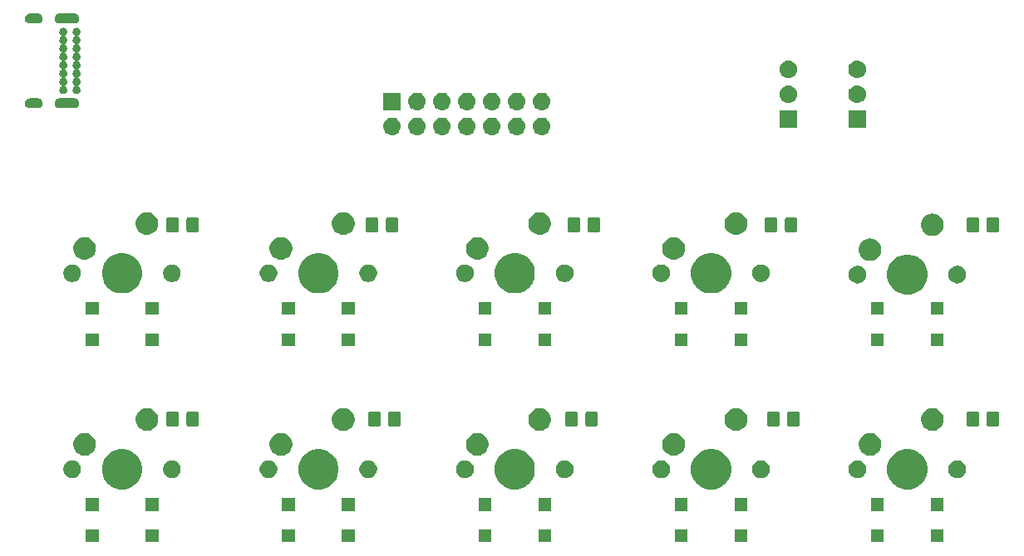
<source format=gbr>
G04 #@! TF.GenerationSoftware,KiCad,Pcbnew,(5.1.2)-2*
G04 #@! TF.CreationDate,2020-11-02T14:54:12+01:00*
G04 #@! TF.ProjectId,MacroBoard,4d616372-6f42-46f6-9172-642e6b696361,rev?*
G04 #@! TF.SameCoordinates,Original*
G04 #@! TF.FileFunction,Soldermask,Bot*
G04 #@! TF.FilePolarity,Negative*
%FSLAX46Y46*%
G04 Gerber Fmt 4.6, Leading zero omitted, Abs format (unit mm)*
G04 Created by KiCad (PCBNEW (5.1.2)-2) date 2020-11-02 14:54:12*
%MOMM*%
%LPD*%
G04 APERTURE LIST*
%ADD10C,0.100000*%
G04 APERTURE END LIST*
D10*
G36*
X86429000Y-132721000D02*
G01*
X85127000Y-132721000D01*
X85127000Y-131419000D01*
X86429000Y-131419000D01*
X86429000Y-132721000D01*
X86429000Y-132721000D01*
G37*
G36*
X80333000Y-132721000D02*
G01*
X79031000Y-132721000D01*
X79031000Y-131419000D01*
X80333000Y-131419000D01*
X80333000Y-132721000D01*
X80333000Y-132721000D01*
G37*
G36*
X106429000Y-132721000D02*
G01*
X105127000Y-132721000D01*
X105127000Y-131419000D01*
X106429000Y-131419000D01*
X106429000Y-132721000D01*
X106429000Y-132721000D01*
G37*
G36*
X100333000Y-132721000D02*
G01*
X99031000Y-132721000D01*
X99031000Y-131419000D01*
X100333000Y-131419000D01*
X100333000Y-132721000D01*
X100333000Y-132721000D01*
G37*
G36*
X126429000Y-132721000D02*
G01*
X125127000Y-132721000D01*
X125127000Y-131419000D01*
X126429000Y-131419000D01*
X126429000Y-132721000D01*
X126429000Y-132721000D01*
G37*
G36*
X120333000Y-132721000D02*
G01*
X119031000Y-132721000D01*
X119031000Y-131419000D01*
X120333000Y-131419000D01*
X120333000Y-132721000D01*
X120333000Y-132721000D01*
G37*
G36*
X146429000Y-132721000D02*
G01*
X145127000Y-132721000D01*
X145127000Y-131419000D01*
X146429000Y-131419000D01*
X146429000Y-132721000D01*
X146429000Y-132721000D01*
G37*
G36*
X140333000Y-132721000D02*
G01*
X139031000Y-132721000D01*
X139031000Y-131419000D01*
X140333000Y-131419000D01*
X140333000Y-132721000D01*
X140333000Y-132721000D01*
G37*
G36*
X166429000Y-132721000D02*
G01*
X165127000Y-132721000D01*
X165127000Y-131419000D01*
X166429000Y-131419000D01*
X166429000Y-132721000D01*
X166429000Y-132721000D01*
G37*
G36*
X160333000Y-132721000D02*
G01*
X159031000Y-132721000D01*
X159031000Y-131419000D01*
X160333000Y-131419000D01*
X160333000Y-132721000D01*
X160333000Y-132721000D01*
G37*
G36*
X160333000Y-129521000D02*
G01*
X159031000Y-129521000D01*
X159031000Y-128219000D01*
X160333000Y-128219000D01*
X160333000Y-129521000D01*
X160333000Y-129521000D01*
G37*
G36*
X166429000Y-129521000D02*
G01*
X165127000Y-129521000D01*
X165127000Y-128219000D01*
X166429000Y-128219000D01*
X166429000Y-129521000D01*
X166429000Y-129521000D01*
G37*
G36*
X86429000Y-129521000D02*
G01*
X85127000Y-129521000D01*
X85127000Y-128219000D01*
X86429000Y-128219000D01*
X86429000Y-129521000D01*
X86429000Y-129521000D01*
G37*
G36*
X146429000Y-129521000D02*
G01*
X145127000Y-129521000D01*
X145127000Y-128219000D01*
X146429000Y-128219000D01*
X146429000Y-129521000D01*
X146429000Y-129521000D01*
G37*
G36*
X80333000Y-129521000D02*
G01*
X79031000Y-129521000D01*
X79031000Y-128219000D01*
X80333000Y-128219000D01*
X80333000Y-129521000D01*
X80333000Y-129521000D01*
G37*
G36*
X126429000Y-129521000D02*
G01*
X125127000Y-129521000D01*
X125127000Y-128219000D01*
X126429000Y-128219000D01*
X126429000Y-129521000D01*
X126429000Y-129521000D01*
G37*
G36*
X140333000Y-129521000D02*
G01*
X139031000Y-129521000D01*
X139031000Y-128219000D01*
X140333000Y-128219000D01*
X140333000Y-129521000D01*
X140333000Y-129521000D01*
G37*
G36*
X100333000Y-129521000D02*
G01*
X99031000Y-129521000D01*
X99031000Y-128219000D01*
X100333000Y-128219000D01*
X100333000Y-129521000D01*
X100333000Y-129521000D01*
G37*
G36*
X106429000Y-129521000D02*
G01*
X105127000Y-129521000D01*
X105127000Y-128219000D01*
X106429000Y-128219000D01*
X106429000Y-129521000D01*
X106429000Y-129521000D01*
G37*
G36*
X120333000Y-129521000D02*
G01*
X119031000Y-129521000D01*
X119031000Y-128219000D01*
X120333000Y-128219000D01*
X120333000Y-129521000D01*
X120333000Y-129521000D01*
G37*
G36*
X103328254Y-123297818D02*
G01*
X103701511Y-123452426D01*
X103701513Y-123452427D01*
X104037436Y-123676884D01*
X104323116Y-123962564D01*
X104547574Y-124298489D01*
X104702182Y-124671746D01*
X104781000Y-125067993D01*
X104781000Y-125472007D01*
X104702182Y-125868254D01*
X104547574Y-126241511D01*
X104547573Y-126241513D01*
X104323116Y-126577436D01*
X104037436Y-126863116D01*
X103701513Y-127087573D01*
X103701512Y-127087574D01*
X103701511Y-127087574D01*
X103328254Y-127242182D01*
X102932007Y-127321000D01*
X102527993Y-127321000D01*
X102131746Y-127242182D01*
X101758489Y-127087574D01*
X101758488Y-127087574D01*
X101758487Y-127087573D01*
X101422564Y-126863116D01*
X101136884Y-126577436D01*
X100912427Y-126241513D01*
X100912426Y-126241511D01*
X100757818Y-125868254D01*
X100679000Y-125472007D01*
X100679000Y-125067993D01*
X100757818Y-124671746D01*
X100912426Y-124298489D01*
X101136884Y-123962564D01*
X101422564Y-123676884D01*
X101758487Y-123452427D01*
X101758489Y-123452426D01*
X102131746Y-123297818D01*
X102527993Y-123219000D01*
X102932007Y-123219000D01*
X103328254Y-123297818D01*
X103328254Y-123297818D01*
G37*
G36*
X163328254Y-123297818D02*
G01*
X163701511Y-123452426D01*
X163701513Y-123452427D01*
X164037436Y-123676884D01*
X164323116Y-123962564D01*
X164547574Y-124298489D01*
X164702182Y-124671746D01*
X164781000Y-125067993D01*
X164781000Y-125472007D01*
X164702182Y-125868254D01*
X164547574Y-126241511D01*
X164547573Y-126241513D01*
X164323116Y-126577436D01*
X164037436Y-126863116D01*
X163701513Y-127087573D01*
X163701512Y-127087574D01*
X163701511Y-127087574D01*
X163328254Y-127242182D01*
X162932007Y-127321000D01*
X162527993Y-127321000D01*
X162131746Y-127242182D01*
X161758489Y-127087574D01*
X161758488Y-127087574D01*
X161758487Y-127087573D01*
X161422564Y-126863116D01*
X161136884Y-126577436D01*
X160912427Y-126241513D01*
X160912426Y-126241511D01*
X160757818Y-125868254D01*
X160679000Y-125472007D01*
X160679000Y-125067993D01*
X160757818Y-124671746D01*
X160912426Y-124298489D01*
X161136884Y-123962564D01*
X161422564Y-123676884D01*
X161758487Y-123452427D01*
X161758489Y-123452426D01*
X162131746Y-123297818D01*
X162527993Y-123219000D01*
X162932007Y-123219000D01*
X163328254Y-123297818D01*
X163328254Y-123297818D01*
G37*
G36*
X143328254Y-123297818D02*
G01*
X143701511Y-123452426D01*
X143701513Y-123452427D01*
X144037436Y-123676884D01*
X144323116Y-123962564D01*
X144547574Y-124298489D01*
X144702182Y-124671746D01*
X144781000Y-125067993D01*
X144781000Y-125472007D01*
X144702182Y-125868254D01*
X144547574Y-126241511D01*
X144547573Y-126241513D01*
X144323116Y-126577436D01*
X144037436Y-126863116D01*
X143701513Y-127087573D01*
X143701512Y-127087574D01*
X143701511Y-127087574D01*
X143328254Y-127242182D01*
X142932007Y-127321000D01*
X142527993Y-127321000D01*
X142131746Y-127242182D01*
X141758489Y-127087574D01*
X141758488Y-127087574D01*
X141758487Y-127087573D01*
X141422564Y-126863116D01*
X141136884Y-126577436D01*
X140912427Y-126241513D01*
X140912426Y-126241511D01*
X140757818Y-125868254D01*
X140679000Y-125472007D01*
X140679000Y-125067993D01*
X140757818Y-124671746D01*
X140912426Y-124298489D01*
X141136884Y-123962564D01*
X141422564Y-123676884D01*
X141758487Y-123452427D01*
X141758489Y-123452426D01*
X142131746Y-123297818D01*
X142527993Y-123219000D01*
X142932007Y-123219000D01*
X143328254Y-123297818D01*
X143328254Y-123297818D01*
G37*
G36*
X123328254Y-123297818D02*
G01*
X123701511Y-123452426D01*
X123701513Y-123452427D01*
X124037436Y-123676884D01*
X124323116Y-123962564D01*
X124547574Y-124298489D01*
X124702182Y-124671746D01*
X124781000Y-125067993D01*
X124781000Y-125472007D01*
X124702182Y-125868254D01*
X124547574Y-126241511D01*
X124547573Y-126241513D01*
X124323116Y-126577436D01*
X124037436Y-126863116D01*
X123701513Y-127087573D01*
X123701512Y-127087574D01*
X123701511Y-127087574D01*
X123328254Y-127242182D01*
X122932007Y-127321000D01*
X122527993Y-127321000D01*
X122131746Y-127242182D01*
X121758489Y-127087574D01*
X121758488Y-127087574D01*
X121758487Y-127087573D01*
X121422564Y-126863116D01*
X121136884Y-126577436D01*
X120912427Y-126241513D01*
X120912426Y-126241511D01*
X120757818Y-125868254D01*
X120679000Y-125472007D01*
X120679000Y-125067993D01*
X120757818Y-124671746D01*
X120912426Y-124298489D01*
X121136884Y-123962564D01*
X121422564Y-123676884D01*
X121758487Y-123452427D01*
X121758489Y-123452426D01*
X122131746Y-123297818D01*
X122527993Y-123219000D01*
X122932007Y-123219000D01*
X123328254Y-123297818D01*
X123328254Y-123297818D01*
G37*
G36*
X83328254Y-123297818D02*
G01*
X83701511Y-123452426D01*
X83701513Y-123452427D01*
X84037436Y-123676884D01*
X84323116Y-123962564D01*
X84547574Y-124298489D01*
X84702182Y-124671746D01*
X84781000Y-125067993D01*
X84781000Y-125472007D01*
X84702182Y-125868254D01*
X84547574Y-126241511D01*
X84547573Y-126241513D01*
X84323116Y-126577436D01*
X84037436Y-126863116D01*
X83701513Y-127087573D01*
X83701512Y-127087574D01*
X83701511Y-127087574D01*
X83328254Y-127242182D01*
X82932007Y-127321000D01*
X82527993Y-127321000D01*
X82131746Y-127242182D01*
X81758489Y-127087574D01*
X81758488Y-127087574D01*
X81758487Y-127087573D01*
X81422564Y-126863116D01*
X81136884Y-126577436D01*
X80912427Y-126241513D01*
X80912426Y-126241511D01*
X80757818Y-125868254D01*
X80679000Y-125472007D01*
X80679000Y-125067993D01*
X80757818Y-124671746D01*
X80912426Y-124298489D01*
X81136884Y-123962564D01*
X81422564Y-123676884D01*
X81758487Y-123452427D01*
X81758489Y-123452426D01*
X82131746Y-123297818D01*
X82527993Y-123219000D01*
X82932007Y-123219000D01*
X83328254Y-123297818D01*
X83328254Y-123297818D01*
G37*
G36*
X77763512Y-124373927D02*
G01*
X77912812Y-124403624D01*
X78076784Y-124471544D01*
X78224354Y-124570147D01*
X78349853Y-124695646D01*
X78448456Y-124843216D01*
X78516376Y-125007188D01*
X78551000Y-125181259D01*
X78551000Y-125358741D01*
X78516376Y-125532812D01*
X78448456Y-125696784D01*
X78349853Y-125844354D01*
X78224354Y-125969853D01*
X78076784Y-126068456D01*
X77912812Y-126136376D01*
X77763512Y-126166073D01*
X77738742Y-126171000D01*
X77561258Y-126171000D01*
X77536488Y-126166073D01*
X77387188Y-126136376D01*
X77223216Y-126068456D01*
X77075646Y-125969853D01*
X76950147Y-125844354D01*
X76851544Y-125696784D01*
X76783624Y-125532812D01*
X76749000Y-125358741D01*
X76749000Y-125181259D01*
X76783624Y-125007188D01*
X76851544Y-124843216D01*
X76950147Y-124695646D01*
X77075646Y-124570147D01*
X77223216Y-124471544D01*
X77387188Y-124403624D01*
X77536488Y-124373927D01*
X77561258Y-124369000D01*
X77738742Y-124369000D01*
X77763512Y-124373927D01*
X77763512Y-124373927D01*
G37*
G36*
X157763512Y-124373927D02*
G01*
X157912812Y-124403624D01*
X158076784Y-124471544D01*
X158224354Y-124570147D01*
X158349853Y-124695646D01*
X158448456Y-124843216D01*
X158516376Y-125007188D01*
X158551000Y-125181259D01*
X158551000Y-125358741D01*
X158516376Y-125532812D01*
X158448456Y-125696784D01*
X158349853Y-125844354D01*
X158224354Y-125969853D01*
X158076784Y-126068456D01*
X157912812Y-126136376D01*
X157763512Y-126166073D01*
X157738742Y-126171000D01*
X157561258Y-126171000D01*
X157536488Y-126166073D01*
X157387188Y-126136376D01*
X157223216Y-126068456D01*
X157075646Y-125969853D01*
X156950147Y-125844354D01*
X156851544Y-125696784D01*
X156783624Y-125532812D01*
X156749000Y-125358741D01*
X156749000Y-125181259D01*
X156783624Y-125007188D01*
X156851544Y-124843216D01*
X156950147Y-124695646D01*
X157075646Y-124570147D01*
X157223216Y-124471544D01*
X157387188Y-124403624D01*
X157536488Y-124373927D01*
X157561258Y-124369000D01*
X157738742Y-124369000D01*
X157763512Y-124373927D01*
X157763512Y-124373927D01*
G37*
G36*
X147923512Y-124373927D02*
G01*
X148072812Y-124403624D01*
X148236784Y-124471544D01*
X148384354Y-124570147D01*
X148509853Y-124695646D01*
X148608456Y-124843216D01*
X148676376Y-125007188D01*
X148711000Y-125181259D01*
X148711000Y-125358741D01*
X148676376Y-125532812D01*
X148608456Y-125696784D01*
X148509853Y-125844354D01*
X148384354Y-125969853D01*
X148236784Y-126068456D01*
X148072812Y-126136376D01*
X147923512Y-126166073D01*
X147898742Y-126171000D01*
X147721258Y-126171000D01*
X147696488Y-126166073D01*
X147547188Y-126136376D01*
X147383216Y-126068456D01*
X147235646Y-125969853D01*
X147110147Y-125844354D01*
X147011544Y-125696784D01*
X146943624Y-125532812D01*
X146909000Y-125358741D01*
X146909000Y-125181259D01*
X146943624Y-125007188D01*
X147011544Y-124843216D01*
X147110147Y-124695646D01*
X147235646Y-124570147D01*
X147383216Y-124471544D01*
X147547188Y-124403624D01*
X147696488Y-124373927D01*
X147721258Y-124369000D01*
X147898742Y-124369000D01*
X147923512Y-124373927D01*
X147923512Y-124373927D01*
G37*
G36*
X137763512Y-124373927D02*
G01*
X137912812Y-124403624D01*
X138076784Y-124471544D01*
X138224354Y-124570147D01*
X138349853Y-124695646D01*
X138448456Y-124843216D01*
X138516376Y-125007188D01*
X138551000Y-125181259D01*
X138551000Y-125358741D01*
X138516376Y-125532812D01*
X138448456Y-125696784D01*
X138349853Y-125844354D01*
X138224354Y-125969853D01*
X138076784Y-126068456D01*
X137912812Y-126136376D01*
X137763512Y-126166073D01*
X137738742Y-126171000D01*
X137561258Y-126171000D01*
X137536488Y-126166073D01*
X137387188Y-126136376D01*
X137223216Y-126068456D01*
X137075646Y-125969853D01*
X136950147Y-125844354D01*
X136851544Y-125696784D01*
X136783624Y-125532812D01*
X136749000Y-125358741D01*
X136749000Y-125181259D01*
X136783624Y-125007188D01*
X136851544Y-124843216D01*
X136950147Y-124695646D01*
X137075646Y-124570147D01*
X137223216Y-124471544D01*
X137387188Y-124403624D01*
X137536488Y-124373927D01*
X137561258Y-124369000D01*
X137738742Y-124369000D01*
X137763512Y-124373927D01*
X137763512Y-124373927D01*
G37*
G36*
X127923512Y-124373927D02*
G01*
X128072812Y-124403624D01*
X128236784Y-124471544D01*
X128384354Y-124570147D01*
X128509853Y-124695646D01*
X128608456Y-124843216D01*
X128676376Y-125007188D01*
X128711000Y-125181259D01*
X128711000Y-125358741D01*
X128676376Y-125532812D01*
X128608456Y-125696784D01*
X128509853Y-125844354D01*
X128384354Y-125969853D01*
X128236784Y-126068456D01*
X128072812Y-126136376D01*
X127923512Y-126166073D01*
X127898742Y-126171000D01*
X127721258Y-126171000D01*
X127696488Y-126166073D01*
X127547188Y-126136376D01*
X127383216Y-126068456D01*
X127235646Y-125969853D01*
X127110147Y-125844354D01*
X127011544Y-125696784D01*
X126943624Y-125532812D01*
X126909000Y-125358741D01*
X126909000Y-125181259D01*
X126943624Y-125007188D01*
X127011544Y-124843216D01*
X127110147Y-124695646D01*
X127235646Y-124570147D01*
X127383216Y-124471544D01*
X127547188Y-124403624D01*
X127696488Y-124373927D01*
X127721258Y-124369000D01*
X127898742Y-124369000D01*
X127923512Y-124373927D01*
X127923512Y-124373927D01*
G37*
G36*
X117763512Y-124373927D02*
G01*
X117912812Y-124403624D01*
X118076784Y-124471544D01*
X118224354Y-124570147D01*
X118349853Y-124695646D01*
X118448456Y-124843216D01*
X118516376Y-125007188D01*
X118551000Y-125181259D01*
X118551000Y-125358741D01*
X118516376Y-125532812D01*
X118448456Y-125696784D01*
X118349853Y-125844354D01*
X118224354Y-125969853D01*
X118076784Y-126068456D01*
X117912812Y-126136376D01*
X117763512Y-126166073D01*
X117738742Y-126171000D01*
X117561258Y-126171000D01*
X117536488Y-126166073D01*
X117387188Y-126136376D01*
X117223216Y-126068456D01*
X117075646Y-125969853D01*
X116950147Y-125844354D01*
X116851544Y-125696784D01*
X116783624Y-125532812D01*
X116749000Y-125358741D01*
X116749000Y-125181259D01*
X116783624Y-125007188D01*
X116851544Y-124843216D01*
X116950147Y-124695646D01*
X117075646Y-124570147D01*
X117223216Y-124471544D01*
X117387188Y-124403624D01*
X117536488Y-124373927D01*
X117561258Y-124369000D01*
X117738742Y-124369000D01*
X117763512Y-124373927D01*
X117763512Y-124373927D01*
G37*
G36*
X107923512Y-124373927D02*
G01*
X108072812Y-124403624D01*
X108236784Y-124471544D01*
X108384354Y-124570147D01*
X108509853Y-124695646D01*
X108608456Y-124843216D01*
X108676376Y-125007188D01*
X108711000Y-125181259D01*
X108711000Y-125358741D01*
X108676376Y-125532812D01*
X108608456Y-125696784D01*
X108509853Y-125844354D01*
X108384354Y-125969853D01*
X108236784Y-126068456D01*
X108072812Y-126136376D01*
X107923512Y-126166073D01*
X107898742Y-126171000D01*
X107721258Y-126171000D01*
X107696488Y-126166073D01*
X107547188Y-126136376D01*
X107383216Y-126068456D01*
X107235646Y-125969853D01*
X107110147Y-125844354D01*
X107011544Y-125696784D01*
X106943624Y-125532812D01*
X106909000Y-125358741D01*
X106909000Y-125181259D01*
X106943624Y-125007188D01*
X107011544Y-124843216D01*
X107110147Y-124695646D01*
X107235646Y-124570147D01*
X107383216Y-124471544D01*
X107547188Y-124403624D01*
X107696488Y-124373927D01*
X107721258Y-124369000D01*
X107898742Y-124369000D01*
X107923512Y-124373927D01*
X107923512Y-124373927D01*
G37*
G36*
X97763512Y-124373927D02*
G01*
X97912812Y-124403624D01*
X98076784Y-124471544D01*
X98224354Y-124570147D01*
X98349853Y-124695646D01*
X98448456Y-124843216D01*
X98516376Y-125007188D01*
X98551000Y-125181259D01*
X98551000Y-125358741D01*
X98516376Y-125532812D01*
X98448456Y-125696784D01*
X98349853Y-125844354D01*
X98224354Y-125969853D01*
X98076784Y-126068456D01*
X97912812Y-126136376D01*
X97763512Y-126166073D01*
X97738742Y-126171000D01*
X97561258Y-126171000D01*
X97536488Y-126166073D01*
X97387188Y-126136376D01*
X97223216Y-126068456D01*
X97075646Y-125969853D01*
X96950147Y-125844354D01*
X96851544Y-125696784D01*
X96783624Y-125532812D01*
X96749000Y-125358741D01*
X96749000Y-125181259D01*
X96783624Y-125007188D01*
X96851544Y-124843216D01*
X96950147Y-124695646D01*
X97075646Y-124570147D01*
X97223216Y-124471544D01*
X97387188Y-124403624D01*
X97536488Y-124373927D01*
X97561258Y-124369000D01*
X97738742Y-124369000D01*
X97763512Y-124373927D01*
X97763512Y-124373927D01*
G37*
G36*
X87923512Y-124373927D02*
G01*
X88072812Y-124403624D01*
X88236784Y-124471544D01*
X88384354Y-124570147D01*
X88509853Y-124695646D01*
X88608456Y-124843216D01*
X88676376Y-125007188D01*
X88711000Y-125181259D01*
X88711000Y-125358741D01*
X88676376Y-125532812D01*
X88608456Y-125696784D01*
X88509853Y-125844354D01*
X88384354Y-125969853D01*
X88236784Y-126068456D01*
X88072812Y-126136376D01*
X87923512Y-126166073D01*
X87898742Y-126171000D01*
X87721258Y-126171000D01*
X87696488Y-126166073D01*
X87547188Y-126136376D01*
X87383216Y-126068456D01*
X87235646Y-125969853D01*
X87110147Y-125844354D01*
X87011544Y-125696784D01*
X86943624Y-125532812D01*
X86909000Y-125358741D01*
X86909000Y-125181259D01*
X86943624Y-125007188D01*
X87011544Y-124843216D01*
X87110147Y-124695646D01*
X87235646Y-124570147D01*
X87383216Y-124471544D01*
X87547188Y-124403624D01*
X87696488Y-124373927D01*
X87721258Y-124369000D01*
X87898742Y-124369000D01*
X87923512Y-124373927D01*
X87923512Y-124373927D01*
G37*
G36*
X167923512Y-124373927D02*
G01*
X168072812Y-124403624D01*
X168236784Y-124471544D01*
X168384354Y-124570147D01*
X168509853Y-124695646D01*
X168608456Y-124843216D01*
X168676376Y-125007188D01*
X168711000Y-125181259D01*
X168711000Y-125358741D01*
X168676376Y-125532812D01*
X168608456Y-125696784D01*
X168509853Y-125844354D01*
X168384354Y-125969853D01*
X168236784Y-126068456D01*
X168072812Y-126136376D01*
X167923512Y-126166073D01*
X167898742Y-126171000D01*
X167721258Y-126171000D01*
X167696488Y-126166073D01*
X167547188Y-126136376D01*
X167383216Y-126068456D01*
X167235646Y-125969853D01*
X167110147Y-125844354D01*
X167011544Y-125696784D01*
X166943624Y-125532812D01*
X166909000Y-125358741D01*
X166909000Y-125181259D01*
X166943624Y-125007188D01*
X167011544Y-124843216D01*
X167110147Y-124695646D01*
X167235646Y-124570147D01*
X167383216Y-124471544D01*
X167547188Y-124403624D01*
X167696488Y-124373927D01*
X167721258Y-124369000D01*
X167898742Y-124369000D01*
X167923512Y-124373927D01*
X167923512Y-124373927D01*
G37*
G36*
X99144549Y-121601116D02*
G01*
X99255734Y-121623232D01*
X99465203Y-121709997D01*
X99653720Y-121835960D01*
X99814040Y-121996280D01*
X99940003Y-122184797D01*
X100026768Y-122394266D01*
X100071000Y-122616636D01*
X100071000Y-122843364D01*
X100026768Y-123065734D01*
X99940003Y-123275203D01*
X99814040Y-123463720D01*
X99653720Y-123624040D01*
X99465203Y-123750003D01*
X99255734Y-123836768D01*
X99144549Y-123858884D01*
X99033365Y-123881000D01*
X98806635Y-123881000D01*
X98695451Y-123858884D01*
X98584266Y-123836768D01*
X98374797Y-123750003D01*
X98186280Y-123624040D01*
X98025960Y-123463720D01*
X97899997Y-123275203D01*
X97813232Y-123065734D01*
X97769000Y-122843364D01*
X97769000Y-122616636D01*
X97813232Y-122394266D01*
X97899997Y-122184797D01*
X98025960Y-121996280D01*
X98186280Y-121835960D01*
X98374797Y-121709997D01*
X98584266Y-121623232D01*
X98695451Y-121601116D01*
X98806635Y-121579000D01*
X99033365Y-121579000D01*
X99144549Y-121601116D01*
X99144549Y-121601116D01*
G37*
G36*
X139144549Y-121601116D02*
G01*
X139255734Y-121623232D01*
X139465203Y-121709997D01*
X139653720Y-121835960D01*
X139814040Y-121996280D01*
X139940003Y-122184797D01*
X140026768Y-122394266D01*
X140071000Y-122616636D01*
X140071000Y-122843364D01*
X140026768Y-123065734D01*
X139940003Y-123275203D01*
X139814040Y-123463720D01*
X139653720Y-123624040D01*
X139465203Y-123750003D01*
X139255734Y-123836768D01*
X139144549Y-123858884D01*
X139033365Y-123881000D01*
X138806635Y-123881000D01*
X138695451Y-123858884D01*
X138584266Y-123836768D01*
X138374797Y-123750003D01*
X138186280Y-123624040D01*
X138025960Y-123463720D01*
X137899997Y-123275203D01*
X137813232Y-123065734D01*
X137769000Y-122843364D01*
X137769000Y-122616636D01*
X137813232Y-122394266D01*
X137899997Y-122184797D01*
X138025960Y-121996280D01*
X138186280Y-121835960D01*
X138374797Y-121709997D01*
X138584266Y-121623232D01*
X138695451Y-121601116D01*
X138806635Y-121579000D01*
X139033365Y-121579000D01*
X139144549Y-121601116D01*
X139144549Y-121601116D01*
G37*
G36*
X119144549Y-121601116D02*
G01*
X119255734Y-121623232D01*
X119465203Y-121709997D01*
X119653720Y-121835960D01*
X119814040Y-121996280D01*
X119940003Y-122184797D01*
X120026768Y-122394266D01*
X120071000Y-122616636D01*
X120071000Y-122843364D01*
X120026768Y-123065734D01*
X119940003Y-123275203D01*
X119814040Y-123463720D01*
X119653720Y-123624040D01*
X119465203Y-123750003D01*
X119255734Y-123836768D01*
X119144549Y-123858884D01*
X119033365Y-123881000D01*
X118806635Y-123881000D01*
X118695451Y-123858884D01*
X118584266Y-123836768D01*
X118374797Y-123750003D01*
X118186280Y-123624040D01*
X118025960Y-123463720D01*
X117899997Y-123275203D01*
X117813232Y-123065734D01*
X117769000Y-122843364D01*
X117769000Y-122616636D01*
X117813232Y-122394266D01*
X117899997Y-122184797D01*
X118025960Y-121996280D01*
X118186280Y-121835960D01*
X118374797Y-121709997D01*
X118584266Y-121623232D01*
X118695451Y-121601116D01*
X118806635Y-121579000D01*
X119033365Y-121579000D01*
X119144549Y-121601116D01*
X119144549Y-121601116D01*
G37*
G36*
X79144549Y-121601116D02*
G01*
X79255734Y-121623232D01*
X79465203Y-121709997D01*
X79653720Y-121835960D01*
X79814040Y-121996280D01*
X79940003Y-122184797D01*
X80026768Y-122394266D01*
X80071000Y-122616636D01*
X80071000Y-122843364D01*
X80026768Y-123065734D01*
X79940003Y-123275203D01*
X79814040Y-123463720D01*
X79653720Y-123624040D01*
X79465203Y-123750003D01*
X79255734Y-123836768D01*
X79144549Y-123858884D01*
X79033365Y-123881000D01*
X78806635Y-123881000D01*
X78695451Y-123858884D01*
X78584266Y-123836768D01*
X78374797Y-123750003D01*
X78186280Y-123624040D01*
X78025960Y-123463720D01*
X77899997Y-123275203D01*
X77813232Y-123065734D01*
X77769000Y-122843364D01*
X77769000Y-122616636D01*
X77813232Y-122394266D01*
X77899997Y-122184797D01*
X78025960Y-121996280D01*
X78186280Y-121835960D01*
X78374797Y-121709997D01*
X78584266Y-121623232D01*
X78695451Y-121601116D01*
X78806635Y-121579000D01*
X79033365Y-121579000D01*
X79144549Y-121601116D01*
X79144549Y-121601116D01*
G37*
G36*
X159144549Y-121601116D02*
G01*
X159255734Y-121623232D01*
X159465203Y-121709997D01*
X159653720Y-121835960D01*
X159814040Y-121996280D01*
X159940003Y-122184797D01*
X160026768Y-122394266D01*
X160071000Y-122616636D01*
X160071000Y-122843364D01*
X160026768Y-123065734D01*
X159940003Y-123275203D01*
X159814040Y-123463720D01*
X159653720Y-123624040D01*
X159465203Y-123750003D01*
X159255734Y-123836768D01*
X159144549Y-123858884D01*
X159033365Y-123881000D01*
X158806635Y-123881000D01*
X158695451Y-123858884D01*
X158584266Y-123836768D01*
X158374797Y-123750003D01*
X158186280Y-123624040D01*
X158025960Y-123463720D01*
X157899997Y-123275203D01*
X157813232Y-123065734D01*
X157769000Y-122843364D01*
X157769000Y-122616636D01*
X157813232Y-122394266D01*
X157899997Y-122184797D01*
X158025960Y-121996280D01*
X158186280Y-121835960D01*
X158374797Y-121709997D01*
X158584266Y-121623232D01*
X158695451Y-121601116D01*
X158806635Y-121579000D01*
X159033365Y-121579000D01*
X159144549Y-121601116D01*
X159144549Y-121601116D01*
G37*
G36*
X145494549Y-119061116D02*
G01*
X145605734Y-119083232D01*
X145815203Y-119169997D01*
X146003720Y-119295960D01*
X146164040Y-119456280D01*
X146290003Y-119644797D01*
X146376768Y-119854266D01*
X146421000Y-120076636D01*
X146421000Y-120303364D01*
X146376768Y-120525734D01*
X146290003Y-120735203D01*
X146164040Y-120923720D01*
X146003720Y-121084040D01*
X145815203Y-121210003D01*
X145605734Y-121296768D01*
X145494549Y-121318884D01*
X145383365Y-121341000D01*
X145156635Y-121341000D01*
X145045451Y-121318884D01*
X144934266Y-121296768D01*
X144724797Y-121210003D01*
X144536280Y-121084040D01*
X144375960Y-120923720D01*
X144249997Y-120735203D01*
X144163232Y-120525734D01*
X144119000Y-120303364D01*
X144119000Y-120076636D01*
X144163232Y-119854266D01*
X144249997Y-119644797D01*
X144375960Y-119456280D01*
X144536280Y-119295960D01*
X144724797Y-119169997D01*
X144934266Y-119083232D01*
X145045451Y-119061116D01*
X145156635Y-119039000D01*
X145383365Y-119039000D01*
X145494549Y-119061116D01*
X145494549Y-119061116D01*
G37*
G36*
X85494549Y-119061116D02*
G01*
X85605734Y-119083232D01*
X85815203Y-119169997D01*
X86003720Y-119295960D01*
X86164040Y-119456280D01*
X86290003Y-119644797D01*
X86376768Y-119854266D01*
X86421000Y-120076636D01*
X86421000Y-120303364D01*
X86376768Y-120525734D01*
X86290003Y-120735203D01*
X86164040Y-120923720D01*
X86003720Y-121084040D01*
X85815203Y-121210003D01*
X85605734Y-121296768D01*
X85494549Y-121318884D01*
X85383365Y-121341000D01*
X85156635Y-121341000D01*
X85045451Y-121318884D01*
X84934266Y-121296768D01*
X84724797Y-121210003D01*
X84536280Y-121084040D01*
X84375960Y-120923720D01*
X84249997Y-120735203D01*
X84163232Y-120525734D01*
X84119000Y-120303364D01*
X84119000Y-120076636D01*
X84163232Y-119854266D01*
X84249997Y-119644797D01*
X84375960Y-119456280D01*
X84536280Y-119295960D01*
X84724797Y-119169997D01*
X84934266Y-119083232D01*
X85045451Y-119061116D01*
X85156635Y-119039000D01*
X85383365Y-119039000D01*
X85494549Y-119061116D01*
X85494549Y-119061116D01*
G37*
G36*
X105494549Y-119061116D02*
G01*
X105605734Y-119083232D01*
X105815203Y-119169997D01*
X106003720Y-119295960D01*
X106164040Y-119456280D01*
X106290003Y-119644797D01*
X106376768Y-119854266D01*
X106421000Y-120076636D01*
X106421000Y-120303364D01*
X106376768Y-120525734D01*
X106290003Y-120735203D01*
X106164040Y-120923720D01*
X106003720Y-121084040D01*
X105815203Y-121210003D01*
X105605734Y-121296768D01*
X105494549Y-121318884D01*
X105383365Y-121341000D01*
X105156635Y-121341000D01*
X105045451Y-121318884D01*
X104934266Y-121296768D01*
X104724797Y-121210003D01*
X104536280Y-121084040D01*
X104375960Y-120923720D01*
X104249997Y-120735203D01*
X104163232Y-120525734D01*
X104119000Y-120303364D01*
X104119000Y-120076636D01*
X104163232Y-119854266D01*
X104249997Y-119644797D01*
X104375960Y-119456280D01*
X104536280Y-119295960D01*
X104724797Y-119169997D01*
X104934266Y-119083232D01*
X105045451Y-119061116D01*
X105156635Y-119039000D01*
X105383365Y-119039000D01*
X105494549Y-119061116D01*
X105494549Y-119061116D01*
G37*
G36*
X125494549Y-119061116D02*
G01*
X125605734Y-119083232D01*
X125815203Y-119169997D01*
X126003720Y-119295960D01*
X126164040Y-119456280D01*
X126290003Y-119644797D01*
X126376768Y-119854266D01*
X126421000Y-120076636D01*
X126421000Y-120303364D01*
X126376768Y-120525734D01*
X126290003Y-120735203D01*
X126164040Y-120923720D01*
X126003720Y-121084040D01*
X125815203Y-121210003D01*
X125605734Y-121296768D01*
X125494549Y-121318884D01*
X125383365Y-121341000D01*
X125156635Y-121341000D01*
X125045451Y-121318884D01*
X124934266Y-121296768D01*
X124724797Y-121210003D01*
X124536280Y-121084040D01*
X124375960Y-120923720D01*
X124249997Y-120735203D01*
X124163232Y-120525734D01*
X124119000Y-120303364D01*
X124119000Y-120076636D01*
X124163232Y-119854266D01*
X124249997Y-119644797D01*
X124375960Y-119456280D01*
X124536280Y-119295960D01*
X124724797Y-119169997D01*
X124934266Y-119083232D01*
X125045451Y-119061116D01*
X125156635Y-119039000D01*
X125383365Y-119039000D01*
X125494549Y-119061116D01*
X125494549Y-119061116D01*
G37*
G36*
X165494549Y-119061116D02*
G01*
X165605734Y-119083232D01*
X165815203Y-119169997D01*
X166003720Y-119295960D01*
X166164040Y-119456280D01*
X166290003Y-119644797D01*
X166376768Y-119854266D01*
X166421000Y-120076636D01*
X166421000Y-120303364D01*
X166376768Y-120525734D01*
X166290003Y-120735203D01*
X166164040Y-120923720D01*
X166003720Y-121084040D01*
X165815203Y-121210003D01*
X165605734Y-121296768D01*
X165494549Y-121318884D01*
X165383365Y-121341000D01*
X165156635Y-121341000D01*
X165045451Y-121318884D01*
X164934266Y-121296768D01*
X164724797Y-121210003D01*
X164536280Y-121084040D01*
X164375960Y-120923720D01*
X164249997Y-120735203D01*
X164163232Y-120525734D01*
X164119000Y-120303364D01*
X164119000Y-120076636D01*
X164163232Y-119854266D01*
X164249997Y-119644797D01*
X164375960Y-119456280D01*
X164536280Y-119295960D01*
X164724797Y-119169997D01*
X164934266Y-119083232D01*
X165045451Y-119061116D01*
X165156635Y-119039000D01*
X165383365Y-119039000D01*
X165494549Y-119061116D01*
X165494549Y-119061116D01*
G37*
G36*
X131028674Y-119395465D02*
G01*
X131066367Y-119406899D01*
X131101103Y-119425466D01*
X131131548Y-119450452D01*
X131156534Y-119480897D01*
X131175101Y-119515633D01*
X131186535Y-119553326D01*
X131191000Y-119598661D01*
X131191000Y-120685339D01*
X131186535Y-120730674D01*
X131175101Y-120768367D01*
X131156534Y-120803103D01*
X131131548Y-120833548D01*
X131101103Y-120858534D01*
X131066367Y-120877101D01*
X131028674Y-120888535D01*
X130983339Y-120893000D01*
X130146661Y-120893000D01*
X130101326Y-120888535D01*
X130063633Y-120877101D01*
X130028897Y-120858534D01*
X129998452Y-120833548D01*
X129973466Y-120803103D01*
X129954899Y-120768367D01*
X129943465Y-120730674D01*
X129939000Y-120685339D01*
X129939000Y-119598661D01*
X129943465Y-119553326D01*
X129954899Y-119515633D01*
X129973466Y-119480897D01*
X129998452Y-119450452D01*
X130028897Y-119425466D01*
X130063633Y-119406899D01*
X130101326Y-119395465D01*
X130146661Y-119391000D01*
X130983339Y-119391000D01*
X131028674Y-119395465D01*
X131028674Y-119395465D01*
G37*
G36*
X171913674Y-119395465D02*
G01*
X171951367Y-119406899D01*
X171986103Y-119425466D01*
X172016548Y-119450452D01*
X172041534Y-119480897D01*
X172060101Y-119515633D01*
X172071535Y-119553326D01*
X172076000Y-119598661D01*
X172076000Y-120685339D01*
X172071535Y-120730674D01*
X172060101Y-120768367D01*
X172041534Y-120803103D01*
X172016548Y-120833548D01*
X171986103Y-120858534D01*
X171951367Y-120877101D01*
X171913674Y-120888535D01*
X171868339Y-120893000D01*
X171031661Y-120893000D01*
X170986326Y-120888535D01*
X170948633Y-120877101D01*
X170913897Y-120858534D01*
X170883452Y-120833548D01*
X170858466Y-120803103D01*
X170839899Y-120768367D01*
X170828465Y-120730674D01*
X170824000Y-120685339D01*
X170824000Y-119598661D01*
X170828465Y-119553326D01*
X170839899Y-119515633D01*
X170858466Y-119480897D01*
X170883452Y-119450452D01*
X170913897Y-119425466D01*
X170948633Y-119406899D01*
X170986326Y-119395465D01*
X171031661Y-119391000D01*
X171868339Y-119391000D01*
X171913674Y-119395465D01*
X171913674Y-119395465D01*
G37*
G36*
X149543674Y-119395465D02*
G01*
X149581367Y-119406899D01*
X149616103Y-119425466D01*
X149646548Y-119450452D01*
X149671534Y-119480897D01*
X149690101Y-119515633D01*
X149701535Y-119553326D01*
X149706000Y-119598661D01*
X149706000Y-120685339D01*
X149701535Y-120730674D01*
X149690101Y-120768367D01*
X149671534Y-120803103D01*
X149646548Y-120833548D01*
X149616103Y-120858534D01*
X149581367Y-120877101D01*
X149543674Y-120888535D01*
X149498339Y-120893000D01*
X148661661Y-120893000D01*
X148616326Y-120888535D01*
X148578633Y-120877101D01*
X148543897Y-120858534D01*
X148513452Y-120833548D01*
X148488466Y-120803103D01*
X148469899Y-120768367D01*
X148458465Y-120730674D01*
X148454000Y-120685339D01*
X148454000Y-119598661D01*
X148458465Y-119553326D01*
X148469899Y-119515633D01*
X148488466Y-119480897D01*
X148513452Y-119450452D01*
X148543897Y-119425466D01*
X148578633Y-119406899D01*
X148616326Y-119395465D01*
X148661661Y-119391000D01*
X149498339Y-119391000D01*
X149543674Y-119395465D01*
X149543674Y-119395465D01*
G37*
G36*
X151593674Y-119395465D02*
G01*
X151631367Y-119406899D01*
X151666103Y-119425466D01*
X151696548Y-119450452D01*
X151721534Y-119480897D01*
X151740101Y-119515633D01*
X151751535Y-119553326D01*
X151756000Y-119598661D01*
X151756000Y-120685339D01*
X151751535Y-120730674D01*
X151740101Y-120768367D01*
X151721534Y-120803103D01*
X151696548Y-120833548D01*
X151666103Y-120858534D01*
X151631367Y-120877101D01*
X151593674Y-120888535D01*
X151548339Y-120893000D01*
X150711661Y-120893000D01*
X150666326Y-120888535D01*
X150628633Y-120877101D01*
X150593897Y-120858534D01*
X150563452Y-120833548D01*
X150538466Y-120803103D01*
X150519899Y-120768367D01*
X150508465Y-120730674D01*
X150504000Y-120685339D01*
X150504000Y-119598661D01*
X150508465Y-119553326D01*
X150519899Y-119515633D01*
X150538466Y-119480897D01*
X150563452Y-119450452D01*
X150593897Y-119425466D01*
X150628633Y-119406899D01*
X150666326Y-119395465D01*
X150711661Y-119391000D01*
X151548339Y-119391000D01*
X151593674Y-119395465D01*
X151593674Y-119395465D01*
G37*
G36*
X128978674Y-119395465D02*
G01*
X129016367Y-119406899D01*
X129051103Y-119425466D01*
X129081548Y-119450452D01*
X129106534Y-119480897D01*
X129125101Y-119515633D01*
X129136535Y-119553326D01*
X129141000Y-119598661D01*
X129141000Y-120685339D01*
X129136535Y-120730674D01*
X129125101Y-120768367D01*
X129106534Y-120803103D01*
X129081548Y-120833548D01*
X129051103Y-120858534D01*
X129016367Y-120877101D01*
X128978674Y-120888535D01*
X128933339Y-120893000D01*
X128096661Y-120893000D01*
X128051326Y-120888535D01*
X128013633Y-120877101D01*
X127978897Y-120858534D01*
X127948452Y-120833548D01*
X127923466Y-120803103D01*
X127904899Y-120768367D01*
X127893465Y-120730674D01*
X127889000Y-120685339D01*
X127889000Y-119598661D01*
X127893465Y-119553326D01*
X127904899Y-119515633D01*
X127923466Y-119480897D01*
X127948452Y-119450452D01*
X127978897Y-119425466D01*
X128013633Y-119406899D01*
X128051326Y-119395465D01*
X128096661Y-119391000D01*
X128933339Y-119391000D01*
X128978674Y-119395465D01*
X128978674Y-119395465D01*
G37*
G36*
X110953674Y-119395465D02*
G01*
X110991367Y-119406899D01*
X111026103Y-119425466D01*
X111056548Y-119450452D01*
X111081534Y-119480897D01*
X111100101Y-119515633D01*
X111111535Y-119553326D01*
X111116000Y-119598661D01*
X111116000Y-120685339D01*
X111111535Y-120730674D01*
X111100101Y-120768367D01*
X111081534Y-120803103D01*
X111056548Y-120833548D01*
X111026103Y-120858534D01*
X110991367Y-120877101D01*
X110953674Y-120888535D01*
X110908339Y-120893000D01*
X110071661Y-120893000D01*
X110026326Y-120888535D01*
X109988633Y-120877101D01*
X109953897Y-120858534D01*
X109923452Y-120833548D01*
X109898466Y-120803103D01*
X109879899Y-120768367D01*
X109868465Y-120730674D01*
X109864000Y-120685339D01*
X109864000Y-119598661D01*
X109868465Y-119553326D01*
X109879899Y-119515633D01*
X109898466Y-119480897D01*
X109923452Y-119450452D01*
X109953897Y-119425466D01*
X109988633Y-119406899D01*
X110026326Y-119395465D01*
X110071661Y-119391000D01*
X110908339Y-119391000D01*
X110953674Y-119395465D01*
X110953674Y-119395465D01*
G37*
G36*
X88338674Y-119395465D02*
G01*
X88376367Y-119406899D01*
X88411103Y-119425466D01*
X88441548Y-119450452D01*
X88466534Y-119480897D01*
X88485101Y-119515633D01*
X88496535Y-119553326D01*
X88501000Y-119598661D01*
X88501000Y-120685339D01*
X88496535Y-120730674D01*
X88485101Y-120768367D01*
X88466534Y-120803103D01*
X88441548Y-120833548D01*
X88411103Y-120858534D01*
X88376367Y-120877101D01*
X88338674Y-120888535D01*
X88293339Y-120893000D01*
X87456661Y-120893000D01*
X87411326Y-120888535D01*
X87373633Y-120877101D01*
X87338897Y-120858534D01*
X87308452Y-120833548D01*
X87283466Y-120803103D01*
X87264899Y-120768367D01*
X87253465Y-120730674D01*
X87249000Y-120685339D01*
X87249000Y-119598661D01*
X87253465Y-119553326D01*
X87264899Y-119515633D01*
X87283466Y-119480897D01*
X87308452Y-119450452D01*
X87338897Y-119425466D01*
X87373633Y-119406899D01*
X87411326Y-119395465D01*
X87456661Y-119391000D01*
X88293339Y-119391000D01*
X88338674Y-119395465D01*
X88338674Y-119395465D01*
G37*
G36*
X90388674Y-119395465D02*
G01*
X90426367Y-119406899D01*
X90461103Y-119425466D01*
X90491548Y-119450452D01*
X90516534Y-119480897D01*
X90535101Y-119515633D01*
X90546535Y-119553326D01*
X90551000Y-119598661D01*
X90551000Y-120685339D01*
X90546535Y-120730674D01*
X90535101Y-120768367D01*
X90516534Y-120803103D01*
X90491548Y-120833548D01*
X90461103Y-120858534D01*
X90426367Y-120877101D01*
X90388674Y-120888535D01*
X90343339Y-120893000D01*
X89506661Y-120893000D01*
X89461326Y-120888535D01*
X89423633Y-120877101D01*
X89388897Y-120858534D01*
X89358452Y-120833548D01*
X89333466Y-120803103D01*
X89314899Y-120768367D01*
X89303465Y-120730674D01*
X89299000Y-120685339D01*
X89299000Y-119598661D01*
X89303465Y-119553326D01*
X89314899Y-119515633D01*
X89333466Y-119480897D01*
X89358452Y-119450452D01*
X89388897Y-119425466D01*
X89423633Y-119406899D01*
X89461326Y-119395465D01*
X89506661Y-119391000D01*
X90343339Y-119391000D01*
X90388674Y-119395465D01*
X90388674Y-119395465D01*
G37*
G36*
X169863674Y-119395465D02*
G01*
X169901367Y-119406899D01*
X169936103Y-119425466D01*
X169966548Y-119450452D01*
X169991534Y-119480897D01*
X170010101Y-119515633D01*
X170021535Y-119553326D01*
X170026000Y-119598661D01*
X170026000Y-120685339D01*
X170021535Y-120730674D01*
X170010101Y-120768367D01*
X169991534Y-120803103D01*
X169966548Y-120833548D01*
X169936103Y-120858534D01*
X169901367Y-120877101D01*
X169863674Y-120888535D01*
X169818339Y-120893000D01*
X168981661Y-120893000D01*
X168936326Y-120888535D01*
X168898633Y-120877101D01*
X168863897Y-120858534D01*
X168833452Y-120833548D01*
X168808466Y-120803103D01*
X168789899Y-120768367D01*
X168778465Y-120730674D01*
X168774000Y-120685339D01*
X168774000Y-119598661D01*
X168778465Y-119553326D01*
X168789899Y-119515633D01*
X168808466Y-119480897D01*
X168833452Y-119450452D01*
X168863897Y-119425466D01*
X168898633Y-119406899D01*
X168936326Y-119395465D01*
X168981661Y-119391000D01*
X169818339Y-119391000D01*
X169863674Y-119395465D01*
X169863674Y-119395465D01*
G37*
G36*
X108903674Y-119395465D02*
G01*
X108941367Y-119406899D01*
X108976103Y-119425466D01*
X109006548Y-119450452D01*
X109031534Y-119480897D01*
X109050101Y-119515633D01*
X109061535Y-119553326D01*
X109066000Y-119598661D01*
X109066000Y-120685339D01*
X109061535Y-120730674D01*
X109050101Y-120768367D01*
X109031534Y-120803103D01*
X109006548Y-120833548D01*
X108976103Y-120858534D01*
X108941367Y-120877101D01*
X108903674Y-120888535D01*
X108858339Y-120893000D01*
X108021661Y-120893000D01*
X107976326Y-120888535D01*
X107938633Y-120877101D01*
X107903897Y-120858534D01*
X107873452Y-120833548D01*
X107848466Y-120803103D01*
X107829899Y-120768367D01*
X107818465Y-120730674D01*
X107814000Y-120685339D01*
X107814000Y-119598661D01*
X107818465Y-119553326D01*
X107829899Y-119515633D01*
X107848466Y-119480897D01*
X107873452Y-119450452D01*
X107903897Y-119425466D01*
X107938633Y-119406899D01*
X107976326Y-119395465D01*
X108021661Y-119391000D01*
X108858339Y-119391000D01*
X108903674Y-119395465D01*
X108903674Y-119395465D01*
G37*
G36*
X120333000Y-112721000D02*
G01*
X119031000Y-112721000D01*
X119031000Y-111419000D01*
X120333000Y-111419000D01*
X120333000Y-112721000D01*
X120333000Y-112721000D01*
G37*
G36*
X160333000Y-112721000D02*
G01*
X159031000Y-112721000D01*
X159031000Y-111419000D01*
X160333000Y-111419000D01*
X160333000Y-112721000D01*
X160333000Y-112721000D01*
G37*
G36*
X166429000Y-112721000D02*
G01*
X165127000Y-112721000D01*
X165127000Y-111419000D01*
X166429000Y-111419000D01*
X166429000Y-112721000D01*
X166429000Y-112721000D01*
G37*
G36*
X140333000Y-112721000D02*
G01*
X139031000Y-112721000D01*
X139031000Y-111419000D01*
X140333000Y-111419000D01*
X140333000Y-112721000D01*
X140333000Y-112721000D01*
G37*
G36*
X146429000Y-112721000D02*
G01*
X145127000Y-112721000D01*
X145127000Y-111419000D01*
X146429000Y-111419000D01*
X146429000Y-112721000D01*
X146429000Y-112721000D01*
G37*
G36*
X126429000Y-112721000D02*
G01*
X125127000Y-112721000D01*
X125127000Y-111419000D01*
X126429000Y-111419000D01*
X126429000Y-112721000D01*
X126429000Y-112721000D01*
G37*
G36*
X100333000Y-112721000D02*
G01*
X99031000Y-112721000D01*
X99031000Y-111419000D01*
X100333000Y-111419000D01*
X100333000Y-112721000D01*
X100333000Y-112721000D01*
G37*
G36*
X106429000Y-112721000D02*
G01*
X105127000Y-112721000D01*
X105127000Y-111419000D01*
X106429000Y-111419000D01*
X106429000Y-112721000D01*
X106429000Y-112721000D01*
G37*
G36*
X80333000Y-112721000D02*
G01*
X79031000Y-112721000D01*
X79031000Y-111419000D01*
X80333000Y-111419000D01*
X80333000Y-112721000D01*
X80333000Y-112721000D01*
G37*
G36*
X86429000Y-112721000D02*
G01*
X85127000Y-112721000D01*
X85127000Y-111419000D01*
X86429000Y-111419000D01*
X86429000Y-112721000D01*
X86429000Y-112721000D01*
G37*
G36*
X80333000Y-109521000D02*
G01*
X79031000Y-109521000D01*
X79031000Y-108219000D01*
X80333000Y-108219000D01*
X80333000Y-109521000D01*
X80333000Y-109521000D01*
G37*
G36*
X86429000Y-109521000D02*
G01*
X85127000Y-109521000D01*
X85127000Y-108219000D01*
X86429000Y-108219000D01*
X86429000Y-109521000D01*
X86429000Y-109521000D01*
G37*
G36*
X100333000Y-109521000D02*
G01*
X99031000Y-109521000D01*
X99031000Y-108219000D01*
X100333000Y-108219000D01*
X100333000Y-109521000D01*
X100333000Y-109521000D01*
G37*
G36*
X140333000Y-109521000D02*
G01*
X139031000Y-109521000D01*
X139031000Y-108219000D01*
X140333000Y-108219000D01*
X140333000Y-109521000D01*
X140333000Y-109521000D01*
G37*
G36*
X106429000Y-109521000D02*
G01*
X105127000Y-109521000D01*
X105127000Y-108219000D01*
X106429000Y-108219000D01*
X106429000Y-109521000D01*
X106429000Y-109521000D01*
G37*
G36*
X126429000Y-109521000D02*
G01*
X125127000Y-109521000D01*
X125127000Y-108219000D01*
X126429000Y-108219000D01*
X126429000Y-109521000D01*
X126429000Y-109521000D01*
G37*
G36*
X166429000Y-109521000D02*
G01*
X165127000Y-109521000D01*
X165127000Y-108219000D01*
X166429000Y-108219000D01*
X166429000Y-109521000D01*
X166429000Y-109521000D01*
G37*
G36*
X160333000Y-109521000D02*
G01*
X159031000Y-109521000D01*
X159031000Y-108219000D01*
X160333000Y-108219000D01*
X160333000Y-109521000D01*
X160333000Y-109521000D01*
G37*
G36*
X146429000Y-109521000D02*
G01*
X145127000Y-109521000D01*
X145127000Y-108219000D01*
X146429000Y-108219000D01*
X146429000Y-109521000D01*
X146429000Y-109521000D01*
G37*
G36*
X120333000Y-109521000D02*
G01*
X119031000Y-109521000D01*
X119031000Y-108219000D01*
X120333000Y-108219000D01*
X120333000Y-109521000D01*
X120333000Y-109521000D01*
G37*
G36*
X163328254Y-103437818D02*
G01*
X163701511Y-103592426D01*
X163701513Y-103592427D01*
X164037436Y-103816884D01*
X164323116Y-104102564D01*
X164547574Y-104438489D01*
X164702182Y-104811746D01*
X164781000Y-105207993D01*
X164781000Y-105612007D01*
X164702182Y-106008254D01*
X164547574Y-106381511D01*
X164547573Y-106381513D01*
X164323116Y-106717436D01*
X164037436Y-107003116D01*
X163701513Y-107227573D01*
X163701512Y-107227574D01*
X163701511Y-107227574D01*
X163328254Y-107382182D01*
X162932007Y-107461000D01*
X162527993Y-107461000D01*
X162131746Y-107382182D01*
X161758489Y-107227574D01*
X161758488Y-107227574D01*
X161758487Y-107227573D01*
X161422564Y-107003116D01*
X161136884Y-106717436D01*
X160912427Y-106381513D01*
X160912426Y-106381511D01*
X160757818Y-106008254D01*
X160679000Y-105612007D01*
X160679000Y-105207993D01*
X160757818Y-104811746D01*
X160912426Y-104438489D01*
X161136884Y-104102564D01*
X161422564Y-103816884D01*
X161758487Y-103592427D01*
X161758489Y-103592426D01*
X162131746Y-103437818D01*
X162527993Y-103359000D01*
X162932007Y-103359000D01*
X163328254Y-103437818D01*
X163328254Y-103437818D01*
G37*
G36*
X103328254Y-103297818D02*
G01*
X103701511Y-103452426D01*
X103701513Y-103452427D01*
X104037436Y-103676884D01*
X104323116Y-103962564D01*
X104547574Y-104298489D01*
X104702182Y-104671746D01*
X104781000Y-105067993D01*
X104781000Y-105472007D01*
X104702182Y-105868254D01*
X104561266Y-106208456D01*
X104547573Y-106241513D01*
X104323116Y-106577436D01*
X104037436Y-106863116D01*
X103701513Y-107087573D01*
X103701512Y-107087574D01*
X103701511Y-107087574D01*
X103328254Y-107242182D01*
X102932007Y-107321000D01*
X102527993Y-107321000D01*
X102131746Y-107242182D01*
X101758489Y-107087574D01*
X101758488Y-107087574D01*
X101758487Y-107087573D01*
X101422564Y-106863116D01*
X101136884Y-106577436D01*
X100912427Y-106241513D01*
X100898734Y-106208456D01*
X100757818Y-105868254D01*
X100679000Y-105472007D01*
X100679000Y-105067993D01*
X100757818Y-104671746D01*
X100912426Y-104298489D01*
X101136884Y-103962564D01*
X101422564Y-103676884D01*
X101758487Y-103452427D01*
X101758489Y-103452426D01*
X102131746Y-103297818D01*
X102527993Y-103219000D01*
X102932007Y-103219000D01*
X103328254Y-103297818D01*
X103328254Y-103297818D01*
G37*
G36*
X83328254Y-103297818D02*
G01*
X83701511Y-103452426D01*
X83701513Y-103452427D01*
X84037436Y-103676884D01*
X84323116Y-103962564D01*
X84547574Y-104298489D01*
X84702182Y-104671746D01*
X84781000Y-105067993D01*
X84781000Y-105472007D01*
X84702182Y-105868254D01*
X84561266Y-106208456D01*
X84547573Y-106241513D01*
X84323116Y-106577436D01*
X84037436Y-106863116D01*
X83701513Y-107087573D01*
X83701512Y-107087574D01*
X83701511Y-107087574D01*
X83328254Y-107242182D01*
X82932007Y-107321000D01*
X82527993Y-107321000D01*
X82131746Y-107242182D01*
X81758489Y-107087574D01*
X81758488Y-107087574D01*
X81758487Y-107087573D01*
X81422564Y-106863116D01*
X81136884Y-106577436D01*
X80912427Y-106241513D01*
X80898734Y-106208456D01*
X80757818Y-105868254D01*
X80679000Y-105472007D01*
X80679000Y-105067993D01*
X80757818Y-104671746D01*
X80912426Y-104298489D01*
X81136884Y-103962564D01*
X81422564Y-103676884D01*
X81758487Y-103452427D01*
X81758489Y-103452426D01*
X82131746Y-103297818D01*
X82527993Y-103219000D01*
X82932007Y-103219000D01*
X83328254Y-103297818D01*
X83328254Y-103297818D01*
G37*
G36*
X123328254Y-103297818D02*
G01*
X123701511Y-103452426D01*
X123701513Y-103452427D01*
X124037436Y-103676884D01*
X124323116Y-103962564D01*
X124547574Y-104298489D01*
X124702182Y-104671746D01*
X124781000Y-105067993D01*
X124781000Y-105472007D01*
X124702182Y-105868254D01*
X124561266Y-106208456D01*
X124547573Y-106241513D01*
X124323116Y-106577436D01*
X124037436Y-106863116D01*
X123701513Y-107087573D01*
X123701512Y-107087574D01*
X123701511Y-107087574D01*
X123328254Y-107242182D01*
X122932007Y-107321000D01*
X122527993Y-107321000D01*
X122131746Y-107242182D01*
X121758489Y-107087574D01*
X121758488Y-107087574D01*
X121758487Y-107087573D01*
X121422564Y-106863116D01*
X121136884Y-106577436D01*
X120912427Y-106241513D01*
X120898734Y-106208456D01*
X120757818Y-105868254D01*
X120679000Y-105472007D01*
X120679000Y-105067993D01*
X120757818Y-104671746D01*
X120912426Y-104298489D01*
X121136884Y-103962564D01*
X121422564Y-103676884D01*
X121758487Y-103452427D01*
X121758489Y-103452426D01*
X122131746Y-103297818D01*
X122527993Y-103219000D01*
X122932007Y-103219000D01*
X123328254Y-103297818D01*
X123328254Y-103297818D01*
G37*
G36*
X143328254Y-103297818D02*
G01*
X143701511Y-103452426D01*
X143701513Y-103452427D01*
X144037436Y-103676884D01*
X144323116Y-103962564D01*
X144547574Y-104298489D01*
X144702182Y-104671746D01*
X144781000Y-105067993D01*
X144781000Y-105472007D01*
X144702182Y-105868254D01*
X144561266Y-106208456D01*
X144547573Y-106241513D01*
X144323116Y-106577436D01*
X144037436Y-106863116D01*
X143701513Y-107087573D01*
X143701512Y-107087574D01*
X143701511Y-107087574D01*
X143328254Y-107242182D01*
X142932007Y-107321000D01*
X142527993Y-107321000D01*
X142131746Y-107242182D01*
X141758489Y-107087574D01*
X141758488Y-107087574D01*
X141758487Y-107087573D01*
X141422564Y-106863116D01*
X141136884Y-106577436D01*
X140912427Y-106241513D01*
X140898734Y-106208456D01*
X140757818Y-105868254D01*
X140679000Y-105472007D01*
X140679000Y-105067993D01*
X140757818Y-104671746D01*
X140912426Y-104298489D01*
X141136884Y-103962564D01*
X141422564Y-103676884D01*
X141758487Y-103452427D01*
X141758489Y-103452426D01*
X142131746Y-103297818D01*
X142527993Y-103219000D01*
X142932007Y-103219000D01*
X143328254Y-103297818D01*
X143328254Y-103297818D01*
G37*
G36*
X167923512Y-104513927D02*
G01*
X168072812Y-104543624D01*
X168236784Y-104611544D01*
X168384354Y-104710147D01*
X168509853Y-104835646D01*
X168608456Y-104983216D01*
X168676376Y-105147188D01*
X168711000Y-105321259D01*
X168711000Y-105498741D01*
X168676376Y-105672812D01*
X168608456Y-105836784D01*
X168509853Y-105984354D01*
X168384354Y-106109853D01*
X168236784Y-106208456D01*
X168072812Y-106276376D01*
X167923512Y-106306073D01*
X167898742Y-106311000D01*
X167721258Y-106311000D01*
X167696488Y-106306073D01*
X167547188Y-106276376D01*
X167383216Y-106208456D01*
X167235646Y-106109853D01*
X167110147Y-105984354D01*
X167011544Y-105836784D01*
X166943624Y-105672812D01*
X166909000Y-105498741D01*
X166909000Y-105321259D01*
X166943624Y-105147188D01*
X167011544Y-104983216D01*
X167110147Y-104835646D01*
X167235646Y-104710147D01*
X167383216Y-104611544D01*
X167547188Y-104543624D01*
X167696488Y-104513927D01*
X167721258Y-104509000D01*
X167898742Y-104509000D01*
X167923512Y-104513927D01*
X167923512Y-104513927D01*
G37*
G36*
X157763512Y-104513927D02*
G01*
X157912812Y-104543624D01*
X158076784Y-104611544D01*
X158224354Y-104710147D01*
X158349853Y-104835646D01*
X158448456Y-104983216D01*
X158516376Y-105147188D01*
X158551000Y-105321259D01*
X158551000Y-105498741D01*
X158516376Y-105672812D01*
X158448456Y-105836784D01*
X158349853Y-105984354D01*
X158224354Y-106109853D01*
X158076784Y-106208456D01*
X157912812Y-106276376D01*
X157763512Y-106306073D01*
X157738742Y-106311000D01*
X157561258Y-106311000D01*
X157536488Y-106306073D01*
X157387188Y-106276376D01*
X157223216Y-106208456D01*
X157075646Y-106109853D01*
X156950147Y-105984354D01*
X156851544Y-105836784D01*
X156783624Y-105672812D01*
X156749000Y-105498741D01*
X156749000Y-105321259D01*
X156783624Y-105147188D01*
X156851544Y-104983216D01*
X156950147Y-104835646D01*
X157075646Y-104710147D01*
X157223216Y-104611544D01*
X157387188Y-104543624D01*
X157536488Y-104513927D01*
X157561258Y-104509000D01*
X157738742Y-104509000D01*
X157763512Y-104513927D01*
X157763512Y-104513927D01*
G37*
G36*
X97763512Y-104373927D02*
G01*
X97912812Y-104403624D01*
X98076784Y-104471544D01*
X98224354Y-104570147D01*
X98349853Y-104695646D01*
X98448456Y-104843216D01*
X98516376Y-105007188D01*
X98551000Y-105181259D01*
X98551000Y-105358741D01*
X98516376Y-105532812D01*
X98448456Y-105696784D01*
X98349853Y-105844354D01*
X98224354Y-105969853D01*
X98076784Y-106068456D01*
X97912812Y-106136376D01*
X97763512Y-106166073D01*
X97738742Y-106171000D01*
X97561258Y-106171000D01*
X97536488Y-106166073D01*
X97387188Y-106136376D01*
X97223216Y-106068456D01*
X97075646Y-105969853D01*
X96950147Y-105844354D01*
X96851544Y-105696784D01*
X96783624Y-105532812D01*
X96749000Y-105358741D01*
X96749000Y-105181259D01*
X96783624Y-105007188D01*
X96851544Y-104843216D01*
X96950147Y-104695646D01*
X97075646Y-104570147D01*
X97223216Y-104471544D01*
X97387188Y-104403624D01*
X97536488Y-104373927D01*
X97561258Y-104369000D01*
X97738742Y-104369000D01*
X97763512Y-104373927D01*
X97763512Y-104373927D01*
G37*
G36*
X117763512Y-104373927D02*
G01*
X117912812Y-104403624D01*
X118076784Y-104471544D01*
X118224354Y-104570147D01*
X118349853Y-104695646D01*
X118448456Y-104843216D01*
X118516376Y-105007188D01*
X118551000Y-105181259D01*
X118551000Y-105358741D01*
X118516376Y-105532812D01*
X118448456Y-105696784D01*
X118349853Y-105844354D01*
X118224354Y-105969853D01*
X118076784Y-106068456D01*
X117912812Y-106136376D01*
X117763512Y-106166073D01*
X117738742Y-106171000D01*
X117561258Y-106171000D01*
X117536488Y-106166073D01*
X117387188Y-106136376D01*
X117223216Y-106068456D01*
X117075646Y-105969853D01*
X116950147Y-105844354D01*
X116851544Y-105696784D01*
X116783624Y-105532812D01*
X116749000Y-105358741D01*
X116749000Y-105181259D01*
X116783624Y-105007188D01*
X116851544Y-104843216D01*
X116950147Y-104695646D01*
X117075646Y-104570147D01*
X117223216Y-104471544D01*
X117387188Y-104403624D01*
X117536488Y-104373927D01*
X117561258Y-104369000D01*
X117738742Y-104369000D01*
X117763512Y-104373927D01*
X117763512Y-104373927D01*
G37*
G36*
X77763512Y-104373927D02*
G01*
X77912812Y-104403624D01*
X78076784Y-104471544D01*
X78224354Y-104570147D01*
X78349853Y-104695646D01*
X78448456Y-104843216D01*
X78516376Y-105007188D01*
X78551000Y-105181259D01*
X78551000Y-105358741D01*
X78516376Y-105532812D01*
X78448456Y-105696784D01*
X78349853Y-105844354D01*
X78224354Y-105969853D01*
X78076784Y-106068456D01*
X77912812Y-106136376D01*
X77763512Y-106166073D01*
X77738742Y-106171000D01*
X77561258Y-106171000D01*
X77536488Y-106166073D01*
X77387188Y-106136376D01*
X77223216Y-106068456D01*
X77075646Y-105969853D01*
X76950147Y-105844354D01*
X76851544Y-105696784D01*
X76783624Y-105532812D01*
X76749000Y-105358741D01*
X76749000Y-105181259D01*
X76783624Y-105007188D01*
X76851544Y-104843216D01*
X76950147Y-104695646D01*
X77075646Y-104570147D01*
X77223216Y-104471544D01*
X77387188Y-104403624D01*
X77536488Y-104373927D01*
X77561258Y-104369000D01*
X77738742Y-104369000D01*
X77763512Y-104373927D01*
X77763512Y-104373927D01*
G37*
G36*
X107923512Y-104373927D02*
G01*
X108072812Y-104403624D01*
X108236784Y-104471544D01*
X108384354Y-104570147D01*
X108509853Y-104695646D01*
X108608456Y-104843216D01*
X108676376Y-105007188D01*
X108711000Y-105181259D01*
X108711000Y-105358741D01*
X108676376Y-105532812D01*
X108608456Y-105696784D01*
X108509853Y-105844354D01*
X108384354Y-105969853D01*
X108236784Y-106068456D01*
X108072812Y-106136376D01*
X107923512Y-106166073D01*
X107898742Y-106171000D01*
X107721258Y-106171000D01*
X107696488Y-106166073D01*
X107547188Y-106136376D01*
X107383216Y-106068456D01*
X107235646Y-105969853D01*
X107110147Y-105844354D01*
X107011544Y-105696784D01*
X106943624Y-105532812D01*
X106909000Y-105358741D01*
X106909000Y-105181259D01*
X106943624Y-105007188D01*
X107011544Y-104843216D01*
X107110147Y-104695646D01*
X107235646Y-104570147D01*
X107383216Y-104471544D01*
X107547188Y-104403624D01*
X107696488Y-104373927D01*
X107721258Y-104369000D01*
X107898742Y-104369000D01*
X107923512Y-104373927D01*
X107923512Y-104373927D01*
G37*
G36*
X127923512Y-104373927D02*
G01*
X128072812Y-104403624D01*
X128236784Y-104471544D01*
X128384354Y-104570147D01*
X128509853Y-104695646D01*
X128608456Y-104843216D01*
X128676376Y-105007188D01*
X128711000Y-105181259D01*
X128711000Y-105358741D01*
X128676376Y-105532812D01*
X128608456Y-105696784D01*
X128509853Y-105844354D01*
X128384354Y-105969853D01*
X128236784Y-106068456D01*
X128072812Y-106136376D01*
X127923512Y-106166073D01*
X127898742Y-106171000D01*
X127721258Y-106171000D01*
X127696488Y-106166073D01*
X127547188Y-106136376D01*
X127383216Y-106068456D01*
X127235646Y-105969853D01*
X127110147Y-105844354D01*
X127011544Y-105696784D01*
X126943624Y-105532812D01*
X126909000Y-105358741D01*
X126909000Y-105181259D01*
X126943624Y-105007188D01*
X127011544Y-104843216D01*
X127110147Y-104695646D01*
X127235646Y-104570147D01*
X127383216Y-104471544D01*
X127547188Y-104403624D01*
X127696488Y-104373927D01*
X127721258Y-104369000D01*
X127898742Y-104369000D01*
X127923512Y-104373927D01*
X127923512Y-104373927D01*
G37*
G36*
X137763512Y-104373927D02*
G01*
X137912812Y-104403624D01*
X138076784Y-104471544D01*
X138224354Y-104570147D01*
X138349853Y-104695646D01*
X138448456Y-104843216D01*
X138516376Y-105007188D01*
X138551000Y-105181259D01*
X138551000Y-105358741D01*
X138516376Y-105532812D01*
X138448456Y-105696784D01*
X138349853Y-105844354D01*
X138224354Y-105969853D01*
X138076784Y-106068456D01*
X137912812Y-106136376D01*
X137763512Y-106166073D01*
X137738742Y-106171000D01*
X137561258Y-106171000D01*
X137536488Y-106166073D01*
X137387188Y-106136376D01*
X137223216Y-106068456D01*
X137075646Y-105969853D01*
X136950147Y-105844354D01*
X136851544Y-105696784D01*
X136783624Y-105532812D01*
X136749000Y-105358741D01*
X136749000Y-105181259D01*
X136783624Y-105007188D01*
X136851544Y-104843216D01*
X136950147Y-104695646D01*
X137075646Y-104570147D01*
X137223216Y-104471544D01*
X137387188Y-104403624D01*
X137536488Y-104373927D01*
X137561258Y-104369000D01*
X137738742Y-104369000D01*
X137763512Y-104373927D01*
X137763512Y-104373927D01*
G37*
G36*
X87923512Y-104373927D02*
G01*
X88072812Y-104403624D01*
X88236784Y-104471544D01*
X88384354Y-104570147D01*
X88509853Y-104695646D01*
X88608456Y-104843216D01*
X88676376Y-105007188D01*
X88711000Y-105181259D01*
X88711000Y-105358741D01*
X88676376Y-105532812D01*
X88608456Y-105696784D01*
X88509853Y-105844354D01*
X88384354Y-105969853D01*
X88236784Y-106068456D01*
X88072812Y-106136376D01*
X87923512Y-106166073D01*
X87898742Y-106171000D01*
X87721258Y-106171000D01*
X87696488Y-106166073D01*
X87547188Y-106136376D01*
X87383216Y-106068456D01*
X87235646Y-105969853D01*
X87110147Y-105844354D01*
X87011544Y-105696784D01*
X86943624Y-105532812D01*
X86909000Y-105358741D01*
X86909000Y-105181259D01*
X86943624Y-105007188D01*
X87011544Y-104843216D01*
X87110147Y-104695646D01*
X87235646Y-104570147D01*
X87383216Y-104471544D01*
X87547188Y-104403624D01*
X87696488Y-104373927D01*
X87721258Y-104369000D01*
X87898742Y-104369000D01*
X87923512Y-104373927D01*
X87923512Y-104373927D01*
G37*
G36*
X147923512Y-104373927D02*
G01*
X148072812Y-104403624D01*
X148236784Y-104471544D01*
X148384354Y-104570147D01*
X148509853Y-104695646D01*
X148608456Y-104843216D01*
X148676376Y-105007188D01*
X148711000Y-105181259D01*
X148711000Y-105358741D01*
X148676376Y-105532812D01*
X148608456Y-105696784D01*
X148509853Y-105844354D01*
X148384354Y-105969853D01*
X148236784Y-106068456D01*
X148072812Y-106136376D01*
X147923512Y-106166073D01*
X147898742Y-106171000D01*
X147721258Y-106171000D01*
X147696488Y-106166073D01*
X147547188Y-106136376D01*
X147383216Y-106068456D01*
X147235646Y-105969853D01*
X147110147Y-105844354D01*
X147011544Y-105696784D01*
X146943624Y-105532812D01*
X146909000Y-105358741D01*
X146909000Y-105181259D01*
X146943624Y-105007188D01*
X147011544Y-104843216D01*
X147110147Y-104695646D01*
X147235646Y-104570147D01*
X147383216Y-104471544D01*
X147547188Y-104403624D01*
X147696488Y-104373927D01*
X147721258Y-104369000D01*
X147898742Y-104369000D01*
X147923512Y-104373927D01*
X147923512Y-104373927D01*
G37*
G36*
X159144549Y-101741116D02*
G01*
X159255734Y-101763232D01*
X159465203Y-101849997D01*
X159653720Y-101975960D01*
X159814040Y-102136280D01*
X159940003Y-102324797D01*
X160026768Y-102534266D01*
X160071000Y-102756636D01*
X160071000Y-102983364D01*
X160026768Y-103205734D01*
X159940003Y-103415203D01*
X159814040Y-103603720D01*
X159653720Y-103764040D01*
X159465203Y-103890003D01*
X159255734Y-103976768D01*
X159144549Y-103998884D01*
X159033365Y-104021000D01*
X158806635Y-104021000D01*
X158695451Y-103998884D01*
X158584266Y-103976768D01*
X158374797Y-103890003D01*
X158186280Y-103764040D01*
X158025960Y-103603720D01*
X157899997Y-103415203D01*
X157813232Y-103205734D01*
X157769000Y-102983364D01*
X157769000Y-102756636D01*
X157813232Y-102534266D01*
X157899997Y-102324797D01*
X158025960Y-102136280D01*
X158186280Y-101975960D01*
X158374797Y-101849997D01*
X158584266Y-101763232D01*
X158695451Y-101741116D01*
X158806635Y-101719000D01*
X159033365Y-101719000D01*
X159144549Y-101741116D01*
X159144549Y-101741116D01*
G37*
G36*
X139144549Y-101601116D02*
G01*
X139255734Y-101623232D01*
X139465203Y-101709997D01*
X139653720Y-101835960D01*
X139814040Y-101996280D01*
X139940003Y-102184797D01*
X140026768Y-102394266D01*
X140071000Y-102616636D01*
X140071000Y-102843364D01*
X140026768Y-103065734D01*
X139940003Y-103275203D01*
X139814040Y-103463720D01*
X139653720Y-103624040D01*
X139465203Y-103750003D01*
X139255734Y-103836768D01*
X139144549Y-103858884D01*
X139033365Y-103881000D01*
X138806635Y-103881000D01*
X138695451Y-103858884D01*
X138584266Y-103836768D01*
X138374797Y-103750003D01*
X138186280Y-103624040D01*
X138025960Y-103463720D01*
X137899997Y-103275203D01*
X137813232Y-103065734D01*
X137769000Y-102843364D01*
X137769000Y-102616636D01*
X137813232Y-102394266D01*
X137899997Y-102184797D01*
X138025960Y-101996280D01*
X138186280Y-101835960D01*
X138374797Y-101709997D01*
X138584266Y-101623232D01*
X138695451Y-101601116D01*
X138806635Y-101579000D01*
X139033365Y-101579000D01*
X139144549Y-101601116D01*
X139144549Y-101601116D01*
G37*
G36*
X119144549Y-101601116D02*
G01*
X119255734Y-101623232D01*
X119465203Y-101709997D01*
X119653720Y-101835960D01*
X119814040Y-101996280D01*
X119940003Y-102184797D01*
X120026768Y-102394266D01*
X120071000Y-102616636D01*
X120071000Y-102843364D01*
X120026768Y-103065734D01*
X119940003Y-103275203D01*
X119814040Y-103463720D01*
X119653720Y-103624040D01*
X119465203Y-103750003D01*
X119255734Y-103836768D01*
X119144549Y-103858884D01*
X119033365Y-103881000D01*
X118806635Y-103881000D01*
X118695451Y-103858884D01*
X118584266Y-103836768D01*
X118374797Y-103750003D01*
X118186280Y-103624040D01*
X118025960Y-103463720D01*
X117899997Y-103275203D01*
X117813232Y-103065734D01*
X117769000Y-102843364D01*
X117769000Y-102616636D01*
X117813232Y-102394266D01*
X117899997Y-102184797D01*
X118025960Y-101996280D01*
X118186280Y-101835960D01*
X118374797Y-101709997D01*
X118584266Y-101623232D01*
X118695451Y-101601116D01*
X118806635Y-101579000D01*
X119033365Y-101579000D01*
X119144549Y-101601116D01*
X119144549Y-101601116D01*
G37*
G36*
X99144549Y-101601116D02*
G01*
X99255734Y-101623232D01*
X99465203Y-101709997D01*
X99653720Y-101835960D01*
X99814040Y-101996280D01*
X99940003Y-102184797D01*
X100026768Y-102394266D01*
X100071000Y-102616636D01*
X100071000Y-102843364D01*
X100026768Y-103065734D01*
X99940003Y-103275203D01*
X99814040Y-103463720D01*
X99653720Y-103624040D01*
X99465203Y-103750003D01*
X99255734Y-103836768D01*
X99144549Y-103858884D01*
X99033365Y-103881000D01*
X98806635Y-103881000D01*
X98695451Y-103858884D01*
X98584266Y-103836768D01*
X98374797Y-103750003D01*
X98186280Y-103624040D01*
X98025960Y-103463720D01*
X97899997Y-103275203D01*
X97813232Y-103065734D01*
X97769000Y-102843364D01*
X97769000Y-102616636D01*
X97813232Y-102394266D01*
X97899997Y-102184797D01*
X98025960Y-101996280D01*
X98186280Y-101835960D01*
X98374797Y-101709997D01*
X98584266Y-101623232D01*
X98695451Y-101601116D01*
X98806635Y-101579000D01*
X99033365Y-101579000D01*
X99144549Y-101601116D01*
X99144549Y-101601116D01*
G37*
G36*
X79144549Y-101601116D02*
G01*
X79255734Y-101623232D01*
X79465203Y-101709997D01*
X79653720Y-101835960D01*
X79814040Y-101996280D01*
X79940003Y-102184797D01*
X80026768Y-102394266D01*
X80071000Y-102616636D01*
X80071000Y-102843364D01*
X80026768Y-103065734D01*
X79940003Y-103275203D01*
X79814040Y-103463720D01*
X79653720Y-103624040D01*
X79465203Y-103750003D01*
X79255734Y-103836768D01*
X79144549Y-103858884D01*
X79033365Y-103881000D01*
X78806635Y-103881000D01*
X78695451Y-103858884D01*
X78584266Y-103836768D01*
X78374797Y-103750003D01*
X78186280Y-103624040D01*
X78025960Y-103463720D01*
X77899997Y-103275203D01*
X77813232Y-103065734D01*
X77769000Y-102843364D01*
X77769000Y-102616636D01*
X77813232Y-102394266D01*
X77899997Y-102184797D01*
X78025960Y-101996280D01*
X78186280Y-101835960D01*
X78374797Y-101709997D01*
X78584266Y-101623232D01*
X78695451Y-101601116D01*
X78806635Y-101579000D01*
X79033365Y-101579000D01*
X79144549Y-101601116D01*
X79144549Y-101601116D01*
G37*
G36*
X165494549Y-99201116D02*
G01*
X165605734Y-99223232D01*
X165815203Y-99309997D01*
X166003720Y-99435960D01*
X166164040Y-99596280D01*
X166290003Y-99784797D01*
X166376768Y-99994266D01*
X166421000Y-100216636D01*
X166421000Y-100443364D01*
X166376768Y-100665734D01*
X166290003Y-100875203D01*
X166164040Y-101063720D01*
X166003720Y-101224040D01*
X165815203Y-101350003D01*
X165605734Y-101436768D01*
X165494549Y-101458884D01*
X165383365Y-101481000D01*
X165156635Y-101481000D01*
X165045451Y-101458884D01*
X164934266Y-101436768D01*
X164724797Y-101350003D01*
X164536280Y-101224040D01*
X164375960Y-101063720D01*
X164249997Y-100875203D01*
X164163232Y-100665734D01*
X164119000Y-100443364D01*
X164119000Y-100216636D01*
X164163232Y-99994266D01*
X164249997Y-99784797D01*
X164375960Y-99596280D01*
X164536280Y-99435960D01*
X164724797Y-99309997D01*
X164934266Y-99223232D01*
X165045451Y-99201116D01*
X165156635Y-99179000D01*
X165383365Y-99179000D01*
X165494549Y-99201116D01*
X165494549Y-99201116D01*
G37*
G36*
X125494549Y-99061116D02*
G01*
X125605734Y-99083232D01*
X125815203Y-99169997D01*
X126003720Y-99295960D01*
X126164040Y-99456280D01*
X126290003Y-99644797D01*
X126376768Y-99854266D01*
X126421000Y-100076636D01*
X126421000Y-100303364D01*
X126376768Y-100525734D01*
X126290003Y-100735203D01*
X126164040Y-100923720D01*
X126003720Y-101084040D01*
X125815203Y-101210003D01*
X125605734Y-101296768D01*
X125494549Y-101318884D01*
X125383365Y-101341000D01*
X125156635Y-101341000D01*
X125045451Y-101318884D01*
X124934266Y-101296768D01*
X124724797Y-101210003D01*
X124536280Y-101084040D01*
X124375960Y-100923720D01*
X124249997Y-100735203D01*
X124163232Y-100525734D01*
X124119000Y-100303364D01*
X124119000Y-100076636D01*
X124163232Y-99854266D01*
X124249997Y-99644797D01*
X124375960Y-99456280D01*
X124536280Y-99295960D01*
X124724797Y-99169997D01*
X124934266Y-99083232D01*
X125045451Y-99061116D01*
X125156635Y-99039000D01*
X125383365Y-99039000D01*
X125494549Y-99061116D01*
X125494549Y-99061116D01*
G37*
G36*
X145494549Y-99061116D02*
G01*
X145605734Y-99083232D01*
X145815203Y-99169997D01*
X146003720Y-99295960D01*
X146164040Y-99456280D01*
X146290003Y-99644797D01*
X146376768Y-99854266D01*
X146421000Y-100076636D01*
X146421000Y-100303364D01*
X146376768Y-100525734D01*
X146290003Y-100735203D01*
X146164040Y-100923720D01*
X146003720Y-101084040D01*
X145815203Y-101210003D01*
X145605734Y-101296768D01*
X145494549Y-101318884D01*
X145383365Y-101341000D01*
X145156635Y-101341000D01*
X145045451Y-101318884D01*
X144934266Y-101296768D01*
X144724797Y-101210003D01*
X144536280Y-101084040D01*
X144375960Y-100923720D01*
X144249997Y-100735203D01*
X144163232Y-100525734D01*
X144119000Y-100303364D01*
X144119000Y-100076636D01*
X144163232Y-99854266D01*
X144249997Y-99644797D01*
X144375960Y-99456280D01*
X144536280Y-99295960D01*
X144724797Y-99169997D01*
X144934266Y-99083232D01*
X145045451Y-99061116D01*
X145156635Y-99039000D01*
X145383365Y-99039000D01*
X145494549Y-99061116D01*
X145494549Y-99061116D01*
G37*
G36*
X85494549Y-99061116D02*
G01*
X85605734Y-99083232D01*
X85815203Y-99169997D01*
X86003720Y-99295960D01*
X86164040Y-99456280D01*
X86290003Y-99644797D01*
X86376768Y-99854266D01*
X86421000Y-100076636D01*
X86421000Y-100303364D01*
X86376768Y-100525734D01*
X86290003Y-100735203D01*
X86164040Y-100923720D01*
X86003720Y-101084040D01*
X85815203Y-101210003D01*
X85605734Y-101296768D01*
X85494549Y-101318884D01*
X85383365Y-101341000D01*
X85156635Y-101341000D01*
X85045451Y-101318884D01*
X84934266Y-101296768D01*
X84724797Y-101210003D01*
X84536280Y-101084040D01*
X84375960Y-100923720D01*
X84249997Y-100735203D01*
X84163232Y-100525734D01*
X84119000Y-100303364D01*
X84119000Y-100076636D01*
X84163232Y-99854266D01*
X84249997Y-99644797D01*
X84375960Y-99456280D01*
X84536280Y-99295960D01*
X84724797Y-99169997D01*
X84934266Y-99083232D01*
X85045451Y-99061116D01*
X85156635Y-99039000D01*
X85383365Y-99039000D01*
X85494549Y-99061116D01*
X85494549Y-99061116D01*
G37*
G36*
X105494549Y-99061116D02*
G01*
X105605734Y-99083232D01*
X105815203Y-99169997D01*
X106003720Y-99295960D01*
X106164040Y-99456280D01*
X106290003Y-99644797D01*
X106376768Y-99854266D01*
X106421000Y-100076636D01*
X106421000Y-100303364D01*
X106376768Y-100525734D01*
X106290003Y-100735203D01*
X106164040Y-100923720D01*
X106003720Y-101084040D01*
X105815203Y-101210003D01*
X105605734Y-101296768D01*
X105494549Y-101318884D01*
X105383365Y-101341000D01*
X105156635Y-101341000D01*
X105045451Y-101318884D01*
X104934266Y-101296768D01*
X104724797Y-101210003D01*
X104536280Y-101084040D01*
X104375960Y-100923720D01*
X104249997Y-100735203D01*
X104163232Y-100525734D01*
X104119000Y-100303364D01*
X104119000Y-100076636D01*
X104163232Y-99854266D01*
X104249997Y-99644797D01*
X104375960Y-99456280D01*
X104536280Y-99295960D01*
X104724797Y-99169997D01*
X104934266Y-99083232D01*
X105045451Y-99061116D01*
X105156635Y-99039000D01*
X105383365Y-99039000D01*
X105494549Y-99061116D01*
X105494549Y-99061116D01*
G37*
G36*
X169863674Y-99583465D02*
G01*
X169901367Y-99594899D01*
X169936103Y-99613466D01*
X169966548Y-99638452D01*
X169991534Y-99668897D01*
X170010101Y-99703633D01*
X170021535Y-99741326D01*
X170026000Y-99786661D01*
X170026000Y-100873339D01*
X170021535Y-100918674D01*
X170010101Y-100956367D01*
X169991534Y-100991103D01*
X169966548Y-101021548D01*
X169936103Y-101046534D01*
X169901367Y-101065101D01*
X169863674Y-101076535D01*
X169818339Y-101081000D01*
X168981661Y-101081000D01*
X168936326Y-101076535D01*
X168898633Y-101065101D01*
X168863897Y-101046534D01*
X168833452Y-101021548D01*
X168808466Y-100991103D01*
X168789899Y-100956367D01*
X168778465Y-100918674D01*
X168774000Y-100873339D01*
X168774000Y-99786661D01*
X168778465Y-99741326D01*
X168789899Y-99703633D01*
X168808466Y-99668897D01*
X168833452Y-99638452D01*
X168863897Y-99613466D01*
X168898633Y-99594899D01*
X168936326Y-99583465D01*
X168981661Y-99579000D01*
X169818339Y-99579000D01*
X169863674Y-99583465D01*
X169863674Y-99583465D01*
G37*
G36*
X110708674Y-99583465D02*
G01*
X110746367Y-99594899D01*
X110781103Y-99613466D01*
X110811548Y-99638452D01*
X110836534Y-99668897D01*
X110855101Y-99703633D01*
X110866535Y-99741326D01*
X110871000Y-99786661D01*
X110871000Y-100873339D01*
X110866535Y-100918674D01*
X110855101Y-100956367D01*
X110836534Y-100991103D01*
X110811548Y-101021548D01*
X110781103Y-101046534D01*
X110746367Y-101065101D01*
X110708674Y-101076535D01*
X110663339Y-101081000D01*
X109826661Y-101081000D01*
X109781326Y-101076535D01*
X109743633Y-101065101D01*
X109708897Y-101046534D01*
X109678452Y-101021548D01*
X109653466Y-100991103D01*
X109634899Y-100956367D01*
X109623465Y-100918674D01*
X109619000Y-100873339D01*
X109619000Y-99786661D01*
X109623465Y-99741326D01*
X109634899Y-99703633D01*
X109653466Y-99668897D01*
X109678452Y-99638452D01*
X109708897Y-99613466D01*
X109743633Y-99594899D01*
X109781326Y-99583465D01*
X109826661Y-99579000D01*
X110663339Y-99579000D01*
X110708674Y-99583465D01*
X110708674Y-99583465D01*
G37*
G36*
X108658674Y-99583465D02*
G01*
X108696367Y-99594899D01*
X108731103Y-99613466D01*
X108761548Y-99638452D01*
X108786534Y-99668897D01*
X108805101Y-99703633D01*
X108816535Y-99741326D01*
X108821000Y-99786661D01*
X108821000Y-100873339D01*
X108816535Y-100918674D01*
X108805101Y-100956367D01*
X108786534Y-100991103D01*
X108761548Y-101021548D01*
X108731103Y-101046534D01*
X108696367Y-101065101D01*
X108658674Y-101076535D01*
X108613339Y-101081000D01*
X107776661Y-101081000D01*
X107731326Y-101076535D01*
X107693633Y-101065101D01*
X107658897Y-101046534D01*
X107628452Y-101021548D01*
X107603466Y-100991103D01*
X107584899Y-100956367D01*
X107573465Y-100918674D01*
X107569000Y-100873339D01*
X107569000Y-99786661D01*
X107573465Y-99741326D01*
X107584899Y-99703633D01*
X107603466Y-99668897D01*
X107628452Y-99638452D01*
X107658897Y-99613466D01*
X107693633Y-99594899D01*
X107731326Y-99583465D01*
X107776661Y-99579000D01*
X108613339Y-99579000D01*
X108658674Y-99583465D01*
X108658674Y-99583465D01*
G37*
G36*
X90388674Y-99583465D02*
G01*
X90426367Y-99594899D01*
X90461103Y-99613466D01*
X90491548Y-99638452D01*
X90516534Y-99668897D01*
X90535101Y-99703633D01*
X90546535Y-99741326D01*
X90551000Y-99786661D01*
X90551000Y-100873339D01*
X90546535Y-100918674D01*
X90535101Y-100956367D01*
X90516534Y-100991103D01*
X90491548Y-101021548D01*
X90461103Y-101046534D01*
X90426367Y-101065101D01*
X90388674Y-101076535D01*
X90343339Y-101081000D01*
X89506661Y-101081000D01*
X89461326Y-101076535D01*
X89423633Y-101065101D01*
X89388897Y-101046534D01*
X89358452Y-101021548D01*
X89333466Y-100991103D01*
X89314899Y-100956367D01*
X89303465Y-100918674D01*
X89299000Y-100873339D01*
X89299000Y-99786661D01*
X89303465Y-99741326D01*
X89314899Y-99703633D01*
X89333466Y-99668897D01*
X89358452Y-99638452D01*
X89388897Y-99613466D01*
X89423633Y-99594899D01*
X89461326Y-99583465D01*
X89506661Y-99579000D01*
X90343339Y-99579000D01*
X90388674Y-99583465D01*
X90388674Y-99583465D01*
G37*
G36*
X151348674Y-99583465D02*
G01*
X151386367Y-99594899D01*
X151421103Y-99613466D01*
X151451548Y-99638452D01*
X151476534Y-99668897D01*
X151495101Y-99703633D01*
X151506535Y-99741326D01*
X151511000Y-99786661D01*
X151511000Y-100873339D01*
X151506535Y-100918674D01*
X151495101Y-100956367D01*
X151476534Y-100991103D01*
X151451548Y-101021548D01*
X151421103Y-101046534D01*
X151386367Y-101065101D01*
X151348674Y-101076535D01*
X151303339Y-101081000D01*
X150466661Y-101081000D01*
X150421326Y-101076535D01*
X150383633Y-101065101D01*
X150348897Y-101046534D01*
X150318452Y-101021548D01*
X150293466Y-100991103D01*
X150274899Y-100956367D01*
X150263465Y-100918674D01*
X150259000Y-100873339D01*
X150259000Y-99786661D01*
X150263465Y-99741326D01*
X150274899Y-99703633D01*
X150293466Y-99668897D01*
X150318452Y-99638452D01*
X150348897Y-99613466D01*
X150383633Y-99594899D01*
X150421326Y-99583465D01*
X150466661Y-99579000D01*
X151303339Y-99579000D01*
X151348674Y-99583465D01*
X151348674Y-99583465D01*
G37*
G36*
X149298674Y-99583465D02*
G01*
X149336367Y-99594899D01*
X149371103Y-99613466D01*
X149401548Y-99638452D01*
X149426534Y-99668897D01*
X149445101Y-99703633D01*
X149456535Y-99741326D01*
X149461000Y-99786661D01*
X149461000Y-100873339D01*
X149456535Y-100918674D01*
X149445101Y-100956367D01*
X149426534Y-100991103D01*
X149401548Y-101021548D01*
X149371103Y-101046534D01*
X149336367Y-101065101D01*
X149298674Y-101076535D01*
X149253339Y-101081000D01*
X148416661Y-101081000D01*
X148371326Y-101076535D01*
X148333633Y-101065101D01*
X148298897Y-101046534D01*
X148268452Y-101021548D01*
X148243466Y-100991103D01*
X148224899Y-100956367D01*
X148213465Y-100918674D01*
X148209000Y-100873339D01*
X148209000Y-99786661D01*
X148213465Y-99741326D01*
X148224899Y-99703633D01*
X148243466Y-99668897D01*
X148268452Y-99638452D01*
X148298897Y-99613466D01*
X148333633Y-99594899D01*
X148371326Y-99583465D01*
X148416661Y-99579000D01*
X149253339Y-99579000D01*
X149298674Y-99583465D01*
X149298674Y-99583465D01*
G37*
G36*
X88338674Y-99583465D02*
G01*
X88376367Y-99594899D01*
X88411103Y-99613466D01*
X88441548Y-99638452D01*
X88466534Y-99668897D01*
X88485101Y-99703633D01*
X88496535Y-99741326D01*
X88501000Y-99786661D01*
X88501000Y-100873339D01*
X88496535Y-100918674D01*
X88485101Y-100956367D01*
X88466534Y-100991103D01*
X88441548Y-101021548D01*
X88411103Y-101046534D01*
X88376367Y-101065101D01*
X88338674Y-101076535D01*
X88293339Y-101081000D01*
X87456661Y-101081000D01*
X87411326Y-101076535D01*
X87373633Y-101065101D01*
X87338897Y-101046534D01*
X87308452Y-101021548D01*
X87283466Y-100991103D01*
X87264899Y-100956367D01*
X87253465Y-100918674D01*
X87249000Y-100873339D01*
X87249000Y-99786661D01*
X87253465Y-99741326D01*
X87264899Y-99703633D01*
X87283466Y-99668897D01*
X87308452Y-99638452D01*
X87338897Y-99613466D01*
X87373633Y-99594899D01*
X87411326Y-99583465D01*
X87456661Y-99579000D01*
X88293339Y-99579000D01*
X88338674Y-99583465D01*
X88338674Y-99583465D01*
G37*
G36*
X129223674Y-99583465D02*
G01*
X129261367Y-99594899D01*
X129296103Y-99613466D01*
X129326548Y-99638452D01*
X129351534Y-99668897D01*
X129370101Y-99703633D01*
X129381535Y-99741326D01*
X129386000Y-99786661D01*
X129386000Y-100873339D01*
X129381535Y-100918674D01*
X129370101Y-100956367D01*
X129351534Y-100991103D01*
X129326548Y-101021548D01*
X129296103Y-101046534D01*
X129261367Y-101065101D01*
X129223674Y-101076535D01*
X129178339Y-101081000D01*
X128341661Y-101081000D01*
X128296326Y-101076535D01*
X128258633Y-101065101D01*
X128223897Y-101046534D01*
X128193452Y-101021548D01*
X128168466Y-100991103D01*
X128149899Y-100956367D01*
X128138465Y-100918674D01*
X128134000Y-100873339D01*
X128134000Y-99786661D01*
X128138465Y-99741326D01*
X128149899Y-99703633D01*
X128168466Y-99668897D01*
X128193452Y-99638452D01*
X128223897Y-99613466D01*
X128258633Y-99594899D01*
X128296326Y-99583465D01*
X128341661Y-99579000D01*
X129178339Y-99579000D01*
X129223674Y-99583465D01*
X129223674Y-99583465D01*
G37*
G36*
X131273674Y-99583465D02*
G01*
X131311367Y-99594899D01*
X131346103Y-99613466D01*
X131376548Y-99638452D01*
X131401534Y-99668897D01*
X131420101Y-99703633D01*
X131431535Y-99741326D01*
X131436000Y-99786661D01*
X131436000Y-100873339D01*
X131431535Y-100918674D01*
X131420101Y-100956367D01*
X131401534Y-100991103D01*
X131376548Y-101021548D01*
X131346103Y-101046534D01*
X131311367Y-101065101D01*
X131273674Y-101076535D01*
X131228339Y-101081000D01*
X130391661Y-101081000D01*
X130346326Y-101076535D01*
X130308633Y-101065101D01*
X130273897Y-101046534D01*
X130243452Y-101021548D01*
X130218466Y-100991103D01*
X130199899Y-100956367D01*
X130188465Y-100918674D01*
X130184000Y-100873339D01*
X130184000Y-99786661D01*
X130188465Y-99741326D01*
X130199899Y-99703633D01*
X130218466Y-99668897D01*
X130243452Y-99638452D01*
X130273897Y-99613466D01*
X130308633Y-99594899D01*
X130346326Y-99583465D01*
X130391661Y-99579000D01*
X131228339Y-99579000D01*
X131273674Y-99583465D01*
X131273674Y-99583465D01*
G37*
G36*
X171913674Y-99583465D02*
G01*
X171951367Y-99594899D01*
X171986103Y-99613466D01*
X172016548Y-99638452D01*
X172041534Y-99668897D01*
X172060101Y-99703633D01*
X172071535Y-99741326D01*
X172076000Y-99786661D01*
X172076000Y-100873339D01*
X172071535Y-100918674D01*
X172060101Y-100956367D01*
X172041534Y-100991103D01*
X172016548Y-101021548D01*
X171986103Y-101046534D01*
X171951367Y-101065101D01*
X171913674Y-101076535D01*
X171868339Y-101081000D01*
X171031661Y-101081000D01*
X170986326Y-101076535D01*
X170948633Y-101065101D01*
X170913897Y-101046534D01*
X170883452Y-101021548D01*
X170858466Y-100991103D01*
X170839899Y-100956367D01*
X170828465Y-100918674D01*
X170824000Y-100873339D01*
X170824000Y-99786661D01*
X170828465Y-99741326D01*
X170839899Y-99703633D01*
X170858466Y-99668897D01*
X170883452Y-99638452D01*
X170913897Y-99613466D01*
X170948633Y-99594899D01*
X170986326Y-99583465D01*
X171031661Y-99579000D01*
X171868339Y-99579000D01*
X171913674Y-99583465D01*
X171913674Y-99583465D01*
G37*
G36*
X115417443Y-89385519D02*
G01*
X115483627Y-89392037D01*
X115653466Y-89443557D01*
X115809991Y-89527222D01*
X115845729Y-89556552D01*
X115947186Y-89639814D01*
X116030448Y-89741271D01*
X116059778Y-89777009D01*
X116143443Y-89933534D01*
X116194963Y-90103373D01*
X116212359Y-90280000D01*
X116194963Y-90456627D01*
X116143443Y-90626466D01*
X116059778Y-90782991D01*
X116030448Y-90818729D01*
X115947186Y-90920186D01*
X115845729Y-91003448D01*
X115809991Y-91032778D01*
X115653466Y-91116443D01*
X115483627Y-91167963D01*
X115417443Y-91174481D01*
X115351260Y-91181000D01*
X115262740Y-91181000D01*
X115196557Y-91174481D01*
X115130373Y-91167963D01*
X114960534Y-91116443D01*
X114804009Y-91032778D01*
X114768271Y-91003448D01*
X114666814Y-90920186D01*
X114583552Y-90818729D01*
X114554222Y-90782991D01*
X114470557Y-90626466D01*
X114419037Y-90456627D01*
X114401641Y-90280000D01*
X114419037Y-90103373D01*
X114470557Y-89933534D01*
X114554222Y-89777009D01*
X114583552Y-89741271D01*
X114666814Y-89639814D01*
X114768271Y-89556552D01*
X114804009Y-89527222D01*
X114960534Y-89443557D01*
X115130373Y-89392037D01*
X115196557Y-89385519D01*
X115262740Y-89379000D01*
X115351260Y-89379000D01*
X115417443Y-89385519D01*
X115417443Y-89385519D01*
G37*
G36*
X110337443Y-89385519D02*
G01*
X110403627Y-89392037D01*
X110573466Y-89443557D01*
X110729991Y-89527222D01*
X110765729Y-89556552D01*
X110867186Y-89639814D01*
X110950448Y-89741271D01*
X110979778Y-89777009D01*
X111063443Y-89933534D01*
X111114963Y-90103373D01*
X111132359Y-90280000D01*
X111114963Y-90456627D01*
X111063443Y-90626466D01*
X110979778Y-90782991D01*
X110950448Y-90818729D01*
X110867186Y-90920186D01*
X110765729Y-91003448D01*
X110729991Y-91032778D01*
X110573466Y-91116443D01*
X110403627Y-91167963D01*
X110337443Y-91174481D01*
X110271260Y-91181000D01*
X110182740Y-91181000D01*
X110116557Y-91174481D01*
X110050373Y-91167963D01*
X109880534Y-91116443D01*
X109724009Y-91032778D01*
X109688271Y-91003448D01*
X109586814Y-90920186D01*
X109503552Y-90818729D01*
X109474222Y-90782991D01*
X109390557Y-90626466D01*
X109339037Y-90456627D01*
X109321641Y-90280000D01*
X109339037Y-90103373D01*
X109390557Y-89933534D01*
X109474222Y-89777009D01*
X109503552Y-89741271D01*
X109586814Y-89639814D01*
X109688271Y-89556552D01*
X109724009Y-89527222D01*
X109880534Y-89443557D01*
X110050373Y-89392037D01*
X110116557Y-89385519D01*
X110182740Y-89379000D01*
X110271260Y-89379000D01*
X110337443Y-89385519D01*
X110337443Y-89385519D01*
G37*
G36*
X112877443Y-89385519D02*
G01*
X112943627Y-89392037D01*
X113113466Y-89443557D01*
X113269991Y-89527222D01*
X113305729Y-89556552D01*
X113407186Y-89639814D01*
X113490448Y-89741271D01*
X113519778Y-89777009D01*
X113603443Y-89933534D01*
X113654963Y-90103373D01*
X113672359Y-90280000D01*
X113654963Y-90456627D01*
X113603443Y-90626466D01*
X113519778Y-90782991D01*
X113490448Y-90818729D01*
X113407186Y-90920186D01*
X113305729Y-91003448D01*
X113269991Y-91032778D01*
X113113466Y-91116443D01*
X112943627Y-91167963D01*
X112877443Y-91174481D01*
X112811260Y-91181000D01*
X112722740Y-91181000D01*
X112656557Y-91174481D01*
X112590373Y-91167963D01*
X112420534Y-91116443D01*
X112264009Y-91032778D01*
X112228271Y-91003448D01*
X112126814Y-90920186D01*
X112043552Y-90818729D01*
X112014222Y-90782991D01*
X111930557Y-90626466D01*
X111879037Y-90456627D01*
X111861641Y-90280000D01*
X111879037Y-90103373D01*
X111930557Y-89933534D01*
X112014222Y-89777009D01*
X112043552Y-89741271D01*
X112126814Y-89639814D01*
X112228271Y-89556552D01*
X112264009Y-89527222D01*
X112420534Y-89443557D01*
X112590373Y-89392037D01*
X112656557Y-89385519D01*
X112722740Y-89379000D01*
X112811260Y-89379000D01*
X112877443Y-89385519D01*
X112877443Y-89385519D01*
G37*
G36*
X125577443Y-89385519D02*
G01*
X125643627Y-89392037D01*
X125813466Y-89443557D01*
X125969991Y-89527222D01*
X126005729Y-89556552D01*
X126107186Y-89639814D01*
X126190448Y-89741271D01*
X126219778Y-89777009D01*
X126303443Y-89933534D01*
X126354963Y-90103373D01*
X126372359Y-90280000D01*
X126354963Y-90456627D01*
X126303443Y-90626466D01*
X126219778Y-90782991D01*
X126190448Y-90818729D01*
X126107186Y-90920186D01*
X126005729Y-91003448D01*
X125969991Y-91032778D01*
X125813466Y-91116443D01*
X125643627Y-91167963D01*
X125577443Y-91174481D01*
X125511260Y-91181000D01*
X125422740Y-91181000D01*
X125356557Y-91174481D01*
X125290373Y-91167963D01*
X125120534Y-91116443D01*
X124964009Y-91032778D01*
X124928271Y-91003448D01*
X124826814Y-90920186D01*
X124743552Y-90818729D01*
X124714222Y-90782991D01*
X124630557Y-90626466D01*
X124579037Y-90456627D01*
X124561641Y-90280000D01*
X124579037Y-90103373D01*
X124630557Y-89933534D01*
X124714222Y-89777009D01*
X124743552Y-89741271D01*
X124826814Y-89639814D01*
X124928271Y-89556552D01*
X124964009Y-89527222D01*
X125120534Y-89443557D01*
X125290373Y-89392037D01*
X125356557Y-89385519D01*
X125422740Y-89379000D01*
X125511260Y-89379000D01*
X125577443Y-89385519D01*
X125577443Y-89385519D01*
G37*
G36*
X117957443Y-89385519D02*
G01*
X118023627Y-89392037D01*
X118193466Y-89443557D01*
X118349991Y-89527222D01*
X118385729Y-89556552D01*
X118487186Y-89639814D01*
X118570448Y-89741271D01*
X118599778Y-89777009D01*
X118683443Y-89933534D01*
X118734963Y-90103373D01*
X118752359Y-90280000D01*
X118734963Y-90456627D01*
X118683443Y-90626466D01*
X118599778Y-90782991D01*
X118570448Y-90818729D01*
X118487186Y-90920186D01*
X118385729Y-91003448D01*
X118349991Y-91032778D01*
X118193466Y-91116443D01*
X118023627Y-91167963D01*
X117957443Y-91174481D01*
X117891260Y-91181000D01*
X117802740Y-91181000D01*
X117736557Y-91174481D01*
X117670373Y-91167963D01*
X117500534Y-91116443D01*
X117344009Y-91032778D01*
X117308271Y-91003448D01*
X117206814Y-90920186D01*
X117123552Y-90818729D01*
X117094222Y-90782991D01*
X117010557Y-90626466D01*
X116959037Y-90456627D01*
X116941641Y-90280000D01*
X116959037Y-90103373D01*
X117010557Y-89933534D01*
X117094222Y-89777009D01*
X117123552Y-89741271D01*
X117206814Y-89639814D01*
X117308271Y-89556552D01*
X117344009Y-89527222D01*
X117500534Y-89443557D01*
X117670373Y-89392037D01*
X117736557Y-89385519D01*
X117802740Y-89379000D01*
X117891260Y-89379000D01*
X117957443Y-89385519D01*
X117957443Y-89385519D01*
G37*
G36*
X123037443Y-89385519D02*
G01*
X123103627Y-89392037D01*
X123273466Y-89443557D01*
X123429991Y-89527222D01*
X123465729Y-89556552D01*
X123567186Y-89639814D01*
X123650448Y-89741271D01*
X123679778Y-89777009D01*
X123763443Y-89933534D01*
X123814963Y-90103373D01*
X123832359Y-90280000D01*
X123814963Y-90456627D01*
X123763443Y-90626466D01*
X123679778Y-90782991D01*
X123650448Y-90818729D01*
X123567186Y-90920186D01*
X123465729Y-91003448D01*
X123429991Y-91032778D01*
X123273466Y-91116443D01*
X123103627Y-91167963D01*
X123037443Y-91174481D01*
X122971260Y-91181000D01*
X122882740Y-91181000D01*
X122816557Y-91174481D01*
X122750373Y-91167963D01*
X122580534Y-91116443D01*
X122424009Y-91032778D01*
X122388271Y-91003448D01*
X122286814Y-90920186D01*
X122203552Y-90818729D01*
X122174222Y-90782991D01*
X122090557Y-90626466D01*
X122039037Y-90456627D01*
X122021641Y-90280000D01*
X122039037Y-90103373D01*
X122090557Y-89933534D01*
X122174222Y-89777009D01*
X122203552Y-89741271D01*
X122286814Y-89639814D01*
X122388271Y-89556552D01*
X122424009Y-89527222D01*
X122580534Y-89443557D01*
X122750373Y-89392037D01*
X122816557Y-89385519D01*
X122882740Y-89379000D01*
X122971260Y-89379000D01*
X123037443Y-89385519D01*
X123037443Y-89385519D01*
G37*
G36*
X120497443Y-89385519D02*
G01*
X120563627Y-89392037D01*
X120733466Y-89443557D01*
X120889991Y-89527222D01*
X120925729Y-89556552D01*
X121027186Y-89639814D01*
X121110448Y-89741271D01*
X121139778Y-89777009D01*
X121223443Y-89933534D01*
X121274963Y-90103373D01*
X121292359Y-90280000D01*
X121274963Y-90456627D01*
X121223443Y-90626466D01*
X121139778Y-90782991D01*
X121110448Y-90818729D01*
X121027186Y-90920186D01*
X120925729Y-91003448D01*
X120889991Y-91032778D01*
X120733466Y-91116443D01*
X120563627Y-91167963D01*
X120497443Y-91174481D01*
X120431260Y-91181000D01*
X120342740Y-91181000D01*
X120276557Y-91174481D01*
X120210373Y-91167963D01*
X120040534Y-91116443D01*
X119884009Y-91032778D01*
X119848271Y-91003448D01*
X119746814Y-90920186D01*
X119663552Y-90818729D01*
X119634222Y-90782991D01*
X119550557Y-90626466D01*
X119499037Y-90456627D01*
X119481641Y-90280000D01*
X119499037Y-90103373D01*
X119550557Y-89933534D01*
X119634222Y-89777009D01*
X119663552Y-89741271D01*
X119746814Y-89639814D01*
X119848271Y-89556552D01*
X119884009Y-89527222D01*
X120040534Y-89443557D01*
X120210373Y-89392037D01*
X120276557Y-89385519D01*
X120342740Y-89379000D01*
X120431260Y-89379000D01*
X120497443Y-89385519D01*
X120497443Y-89385519D01*
G37*
G36*
X158509000Y-90441000D02*
G01*
X156707000Y-90441000D01*
X156707000Y-88639000D01*
X158509000Y-88639000D01*
X158509000Y-90441000D01*
X158509000Y-90441000D01*
G37*
G36*
X151509000Y-90441000D02*
G01*
X149707000Y-90441000D01*
X149707000Y-88639000D01*
X151509000Y-88639000D01*
X151509000Y-90441000D01*
X151509000Y-90441000D01*
G37*
G36*
X115417442Y-86845518D02*
G01*
X115483627Y-86852037D01*
X115653466Y-86903557D01*
X115809991Y-86987222D01*
X115845729Y-87016552D01*
X115947186Y-87099814D01*
X116030448Y-87201271D01*
X116059778Y-87237009D01*
X116143443Y-87393534D01*
X116194963Y-87563373D01*
X116212359Y-87740000D01*
X116194963Y-87916627D01*
X116143443Y-88086466D01*
X116059778Y-88242991D01*
X116030448Y-88278729D01*
X115947186Y-88380186D01*
X115845729Y-88463448D01*
X115809991Y-88492778D01*
X115653466Y-88576443D01*
X115483627Y-88627963D01*
X115417443Y-88634481D01*
X115351260Y-88641000D01*
X115262740Y-88641000D01*
X115196557Y-88634481D01*
X115130373Y-88627963D01*
X114960534Y-88576443D01*
X114804009Y-88492778D01*
X114768271Y-88463448D01*
X114666814Y-88380186D01*
X114583552Y-88278729D01*
X114554222Y-88242991D01*
X114470557Y-88086466D01*
X114419037Y-87916627D01*
X114401641Y-87740000D01*
X114419037Y-87563373D01*
X114470557Y-87393534D01*
X114554222Y-87237009D01*
X114583552Y-87201271D01*
X114666814Y-87099814D01*
X114768271Y-87016552D01*
X114804009Y-86987222D01*
X114960534Y-86903557D01*
X115130373Y-86852037D01*
X115196558Y-86845518D01*
X115262740Y-86839000D01*
X115351260Y-86839000D01*
X115417442Y-86845518D01*
X115417442Y-86845518D01*
G37*
G36*
X125577442Y-86845518D02*
G01*
X125643627Y-86852037D01*
X125813466Y-86903557D01*
X125969991Y-86987222D01*
X126005729Y-87016552D01*
X126107186Y-87099814D01*
X126190448Y-87201271D01*
X126219778Y-87237009D01*
X126303443Y-87393534D01*
X126354963Y-87563373D01*
X126372359Y-87740000D01*
X126354963Y-87916627D01*
X126303443Y-88086466D01*
X126219778Y-88242991D01*
X126190448Y-88278729D01*
X126107186Y-88380186D01*
X126005729Y-88463448D01*
X125969991Y-88492778D01*
X125813466Y-88576443D01*
X125643627Y-88627963D01*
X125577443Y-88634481D01*
X125511260Y-88641000D01*
X125422740Y-88641000D01*
X125356557Y-88634481D01*
X125290373Y-88627963D01*
X125120534Y-88576443D01*
X124964009Y-88492778D01*
X124928271Y-88463448D01*
X124826814Y-88380186D01*
X124743552Y-88278729D01*
X124714222Y-88242991D01*
X124630557Y-88086466D01*
X124579037Y-87916627D01*
X124561641Y-87740000D01*
X124579037Y-87563373D01*
X124630557Y-87393534D01*
X124714222Y-87237009D01*
X124743552Y-87201271D01*
X124826814Y-87099814D01*
X124928271Y-87016552D01*
X124964009Y-86987222D01*
X125120534Y-86903557D01*
X125290373Y-86852037D01*
X125356558Y-86845518D01*
X125422740Y-86839000D01*
X125511260Y-86839000D01*
X125577442Y-86845518D01*
X125577442Y-86845518D01*
G37*
G36*
X111128000Y-88641000D02*
G01*
X109326000Y-88641000D01*
X109326000Y-86839000D01*
X111128000Y-86839000D01*
X111128000Y-88641000D01*
X111128000Y-88641000D01*
G37*
G36*
X123037442Y-86845518D02*
G01*
X123103627Y-86852037D01*
X123273466Y-86903557D01*
X123429991Y-86987222D01*
X123465729Y-87016552D01*
X123567186Y-87099814D01*
X123650448Y-87201271D01*
X123679778Y-87237009D01*
X123763443Y-87393534D01*
X123814963Y-87563373D01*
X123832359Y-87740000D01*
X123814963Y-87916627D01*
X123763443Y-88086466D01*
X123679778Y-88242991D01*
X123650448Y-88278729D01*
X123567186Y-88380186D01*
X123465729Y-88463448D01*
X123429991Y-88492778D01*
X123273466Y-88576443D01*
X123103627Y-88627963D01*
X123037443Y-88634481D01*
X122971260Y-88641000D01*
X122882740Y-88641000D01*
X122816557Y-88634481D01*
X122750373Y-88627963D01*
X122580534Y-88576443D01*
X122424009Y-88492778D01*
X122388271Y-88463448D01*
X122286814Y-88380186D01*
X122203552Y-88278729D01*
X122174222Y-88242991D01*
X122090557Y-88086466D01*
X122039037Y-87916627D01*
X122021641Y-87740000D01*
X122039037Y-87563373D01*
X122090557Y-87393534D01*
X122174222Y-87237009D01*
X122203552Y-87201271D01*
X122286814Y-87099814D01*
X122388271Y-87016552D01*
X122424009Y-86987222D01*
X122580534Y-86903557D01*
X122750373Y-86852037D01*
X122816558Y-86845518D01*
X122882740Y-86839000D01*
X122971260Y-86839000D01*
X123037442Y-86845518D01*
X123037442Y-86845518D01*
G37*
G36*
X112877442Y-86845518D02*
G01*
X112943627Y-86852037D01*
X113113466Y-86903557D01*
X113269991Y-86987222D01*
X113305729Y-87016552D01*
X113407186Y-87099814D01*
X113490448Y-87201271D01*
X113519778Y-87237009D01*
X113603443Y-87393534D01*
X113654963Y-87563373D01*
X113672359Y-87740000D01*
X113654963Y-87916627D01*
X113603443Y-88086466D01*
X113519778Y-88242991D01*
X113490448Y-88278729D01*
X113407186Y-88380186D01*
X113305729Y-88463448D01*
X113269991Y-88492778D01*
X113113466Y-88576443D01*
X112943627Y-88627963D01*
X112877443Y-88634481D01*
X112811260Y-88641000D01*
X112722740Y-88641000D01*
X112656557Y-88634481D01*
X112590373Y-88627963D01*
X112420534Y-88576443D01*
X112264009Y-88492778D01*
X112228271Y-88463448D01*
X112126814Y-88380186D01*
X112043552Y-88278729D01*
X112014222Y-88242991D01*
X111930557Y-88086466D01*
X111879037Y-87916627D01*
X111861641Y-87740000D01*
X111879037Y-87563373D01*
X111930557Y-87393534D01*
X112014222Y-87237009D01*
X112043552Y-87201271D01*
X112126814Y-87099814D01*
X112228271Y-87016552D01*
X112264009Y-86987222D01*
X112420534Y-86903557D01*
X112590373Y-86852037D01*
X112656558Y-86845518D01*
X112722740Y-86839000D01*
X112811260Y-86839000D01*
X112877442Y-86845518D01*
X112877442Y-86845518D01*
G37*
G36*
X120497442Y-86845518D02*
G01*
X120563627Y-86852037D01*
X120733466Y-86903557D01*
X120889991Y-86987222D01*
X120925729Y-87016552D01*
X121027186Y-87099814D01*
X121110448Y-87201271D01*
X121139778Y-87237009D01*
X121223443Y-87393534D01*
X121274963Y-87563373D01*
X121292359Y-87740000D01*
X121274963Y-87916627D01*
X121223443Y-88086466D01*
X121139778Y-88242991D01*
X121110448Y-88278729D01*
X121027186Y-88380186D01*
X120925729Y-88463448D01*
X120889991Y-88492778D01*
X120733466Y-88576443D01*
X120563627Y-88627963D01*
X120497443Y-88634481D01*
X120431260Y-88641000D01*
X120342740Y-88641000D01*
X120276557Y-88634481D01*
X120210373Y-88627963D01*
X120040534Y-88576443D01*
X119884009Y-88492778D01*
X119848271Y-88463448D01*
X119746814Y-88380186D01*
X119663552Y-88278729D01*
X119634222Y-88242991D01*
X119550557Y-88086466D01*
X119499037Y-87916627D01*
X119481641Y-87740000D01*
X119499037Y-87563373D01*
X119550557Y-87393534D01*
X119634222Y-87237009D01*
X119663552Y-87201271D01*
X119746814Y-87099814D01*
X119848271Y-87016552D01*
X119884009Y-86987222D01*
X120040534Y-86903557D01*
X120210373Y-86852037D01*
X120276558Y-86845518D01*
X120342740Y-86839000D01*
X120431260Y-86839000D01*
X120497442Y-86845518D01*
X120497442Y-86845518D01*
G37*
G36*
X117957442Y-86845518D02*
G01*
X118023627Y-86852037D01*
X118193466Y-86903557D01*
X118349991Y-86987222D01*
X118385729Y-87016552D01*
X118487186Y-87099814D01*
X118570448Y-87201271D01*
X118599778Y-87237009D01*
X118683443Y-87393534D01*
X118734963Y-87563373D01*
X118752359Y-87740000D01*
X118734963Y-87916627D01*
X118683443Y-88086466D01*
X118599778Y-88242991D01*
X118570448Y-88278729D01*
X118487186Y-88380186D01*
X118385729Y-88463448D01*
X118349991Y-88492778D01*
X118193466Y-88576443D01*
X118023627Y-88627963D01*
X117957443Y-88634481D01*
X117891260Y-88641000D01*
X117802740Y-88641000D01*
X117736557Y-88634481D01*
X117670373Y-88627963D01*
X117500534Y-88576443D01*
X117344009Y-88492778D01*
X117308271Y-88463448D01*
X117206814Y-88380186D01*
X117123552Y-88278729D01*
X117094222Y-88242991D01*
X117010557Y-88086466D01*
X116959037Y-87916627D01*
X116941641Y-87740000D01*
X116959037Y-87563373D01*
X117010557Y-87393534D01*
X117094222Y-87237009D01*
X117123552Y-87201271D01*
X117206814Y-87099814D01*
X117308271Y-87016552D01*
X117344009Y-86987222D01*
X117500534Y-86903557D01*
X117670373Y-86852037D01*
X117736558Y-86845518D01*
X117802740Y-86839000D01*
X117891260Y-86839000D01*
X117957442Y-86845518D01*
X117957442Y-86845518D01*
G37*
G36*
X77964213Y-87434249D02*
G01*
X78058652Y-87462897D01*
X78145687Y-87509418D01*
X78221975Y-87572025D01*
X78284582Y-87648313D01*
X78331103Y-87735348D01*
X78359751Y-87829787D01*
X78369424Y-87928000D01*
X78359751Y-88026213D01*
X78331103Y-88120652D01*
X78284582Y-88207687D01*
X78221975Y-88283975D01*
X78145687Y-88346582D01*
X78058652Y-88393103D01*
X77964213Y-88421751D01*
X77890612Y-88429000D01*
X76341388Y-88429000D01*
X76267787Y-88421751D01*
X76173348Y-88393103D01*
X76086313Y-88346582D01*
X76010025Y-88283975D01*
X75947418Y-88207687D01*
X75900897Y-88120652D01*
X75872249Y-88026213D01*
X75862576Y-87928000D01*
X75872249Y-87829787D01*
X75900897Y-87735348D01*
X75947418Y-87648313D01*
X76010025Y-87572025D01*
X76086313Y-87509418D01*
X76173348Y-87462897D01*
X76267787Y-87434249D01*
X76341388Y-87427000D01*
X77890612Y-87427000D01*
X77964213Y-87434249D01*
X77964213Y-87434249D01*
G37*
G36*
X74234213Y-87434249D02*
G01*
X74328652Y-87462897D01*
X74415687Y-87509418D01*
X74491975Y-87572025D01*
X74554582Y-87648313D01*
X74601103Y-87735348D01*
X74629751Y-87829787D01*
X74639424Y-87928000D01*
X74629751Y-88026213D01*
X74601103Y-88120652D01*
X74554582Y-88207687D01*
X74491975Y-88283975D01*
X74415687Y-88346582D01*
X74328652Y-88393103D01*
X74234213Y-88421751D01*
X74160612Y-88429000D01*
X73311388Y-88429000D01*
X73237787Y-88421751D01*
X73143348Y-88393103D01*
X73056313Y-88346582D01*
X72980025Y-88283975D01*
X72917418Y-88207687D01*
X72870897Y-88120652D01*
X72842249Y-88026213D01*
X72832576Y-87928000D01*
X72842249Y-87829787D01*
X72870897Y-87735348D01*
X72917418Y-87648313D01*
X72980025Y-87572025D01*
X73056313Y-87509418D01*
X73143348Y-87462897D01*
X73237787Y-87434249D01*
X73311388Y-87427000D01*
X74160612Y-87427000D01*
X74234213Y-87434249D01*
X74234213Y-87434249D01*
G37*
G36*
X150714843Y-86105164D02*
G01*
X150784627Y-86112037D01*
X150954466Y-86163557D01*
X151110991Y-86247222D01*
X151134508Y-86266522D01*
X151248186Y-86359814D01*
X151331253Y-86461033D01*
X151360778Y-86497009D01*
X151444443Y-86653534D01*
X151495963Y-86823373D01*
X151513359Y-87000000D01*
X151495963Y-87176627D01*
X151444443Y-87346466D01*
X151360778Y-87502991D01*
X151331448Y-87538729D01*
X151248186Y-87640186D01*
X151146729Y-87723448D01*
X151110991Y-87752778D01*
X151110989Y-87752779D01*
X150966919Y-87829787D01*
X150954466Y-87836443D01*
X150784627Y-87887963D01*
X150718443Y-87894481D01*
X150652260Y-87901000D01*
X150563740Y-87901000D01*
X150497557Y-87894481D01*
X150431373Y-87887963D01*
X150261534Y-87836443D01*
X150249082Y-87829787D01*
X150105011Y-87752779D01*
X150105009Y-87752778D01*
X150069271Y-87723448D01*
X149967814Y-87640186D01*
X149884552Y-87538729D01*
X149855222Y-87502991D01*
X149771557Y-87346466D01*
X149720037Y-87176627D01*
X149702641Y-87000000D01*
X149720037Y-86823373D01*
X149771557Y-86653534D01*
X149855222Y-86497009D01*
X149884747Y-86461033D01*
X149967814Y-86359814D01*
X150081492Y-86266522D01*
X150105009Y-86247222D01*
X150261534Y-86163557D01*
X150431373Y-86112037D01*
X150501157Y-86105164D01*
X150563740Y-86099000D01*
X150652260Y-86099000D01*
X150714843Y-86105164D01*
X150714843Y-86105164D01*
G37*
G36*
X157714843Y-86105164D02*
G01*
X157784627Y-86112037D01*
X157954466Y-86163557D01*
X158110991Y-86247222D01*
X158134508Y-86266522D01*
X158248186Y-86359814D01*
X158331253Y-86461033D01*
X158360778Y-86497009D01*
X158444443Y-86653534D01*
X158495963Y-86823373D01*
X158513359Y-87000000D01*
X158495963Y-87176627D01*
X158444443Y-87346466D01*
X158360778Y-87502991D01*
X158331448Y-87538729D01*
X158248186Y-87640186D01*
X158146729Y-87723448D01*
X158110991Y-87752778D01*
X158110989Y-87752779D01*
X157966919Y-87829787D01*
X157954466Y-87836443D01*
X157784627Y-87887963D01*
X157718443Y-87894481D01*
X157652260Y-87901000D01*
X157563740Y-87901000D01*
X157497557Y-87894481D01*
X157431373Y-87887963D01*
X157261534Y-87836443D01*
X157249082Y-87829787D01*
X157105011Y-87752779D01*
X157105009Y-87752778D01*
X157069271Y-87723448D01*
X156967814Y-87640186D01*
X156884552Y-87538729D01*
X156855222Y-87502991D01*
X156771557Y-87346466D01*
X156720037Y-87176627D01*
X156702641Y-87000000D01*
X156720037Y-86823373D01*
X156771557Y-86653534D01*
X156855222Y-86497009D01*
X156884747Y-86461033D01*
X156967814Y-86359814D01*
X157081492Y-86266522D01*
X157105009Y-86247222D01*
X157261534Y-86163557D01*
X157431373Y-86112037D01*
X157501157Y-86105164D01*
X157563740Y-86099000D01*
X157652260Y-86099000D01*
X157714843Y-86105164D01*
X157714843Y-86105164D01*
G37*
G36*
X76824231Y-80234705D02*
G01*
X76862967Y-80242410D01*
X76893195Y-80254931D01*
X76935944Y-80272638D01*
X77001622Y-80316523D01*
X77057477Y-80372378D01*
X77101362Y-80438056D01*
X77131590Y-80511034D01*
X77147000Y-80588504D01*
X77147000Y-80667496D01*
X77131590Y-80744966D01*
X77101362Y-80817944D01*
X77057477Y-80883622D01*
X77001621Y-80939478D01*
X76987270Y-80949067D01*
X76968328Y-80964613D01*
X76952783Y-80983555D01*
X76941232Y-81005165D01*
X76934119Y-81028614D01*
X76931717Y-81053001D01*
X76934119Y-81077387D01*
X76941232Y-81100836D01*
X76952783Y-81122446D01*
X76968329Y-81141388D01*
X76987270Y-81156933D01*
X77001621Y-81166522D01*
X77057477Y-81222378D01*
X77101362Y-81288056D01*
X77131590Y-81361034D01*
X77147000Y-81438504D01*
X77147000Y-81517496D01*
X77131590Y-81594966D01*
X77101362Y-81667944D01*
X77057477Y-81733622D01*
X77001621Y-81789478D01*
X76987270Y-81799067D01*
X76968328Y-81814613D01*
X76952783Y-81833555D01*
X76941232Y-81855165D01*
X76934119Y-81878614D01*
X76931717Y-81903001D01*
X76934119Y-81927387D01*
X76941232Y-81950836D01*
X76952783Y-81972446D01*
X76968329Y-81991388D01*
X76987270Y-82006933D01*
X77001621Y-82016522D01*
X77057477Y-82072378D01*
X77101362Y-82138056D01*
X77131590Y-82211034D01*
X77147000Y-82288504D01*
X77147000Y-82367496D01*
X77131590Y-82444966D01*
X77101362Y-82517944D01*
X77057477Y-82583622D01*
X77001621Y-82639478D01*
X76987270Y-82649067D01*
X76968328Y-82664613D01*
X76952783Y-82683555D01*
X76941232Y-82705165D01*
X76934119Y-82728614D01*
X76931717Y-82753001D01*
X76934119Y-82777387D01*
X76941232Y-82800836D01*
X76952783Y-82822446D01*
X76968329Y-82841388D01*
X76987270Y-82856933D01*
X77001621Y-82866522D01*
X77057477Y-82922378D01*
X77101362Y-82988056D01*
X77131590Y-83061034D01*
X77147000Y-83138504D01*
X77147000Y-83217496D01*
X77131590Y-83294966D01*
X77101362Y-83367944D01*
X77057477Y-83433622D01*
X77001621Y-83489478D01*
X76987270Y-83499067D01*
X76968328Y-83514613D01*
X76952783Y-83533555D01*
X76941232Y-83555165D01*
X76934119Y-83578614D01*
X76931717Y-83603001D01*
X76934119Y-83627387D01*
X76941232Y-83650836D01*
X76952783Y-83672446D01*
X76968329Y-83691388D01*
X76987270Y-83706933D01*
X77001621Y-83716522D01*
X77057477Y-83772378D01*
X77101362Y-83838056D01*
X77131590Y-83911034D01*
X77147000Y-83988504D01*
X77147000Y-84067496D01*
X77131590Y-84144966D01*
X77101362Y-84217944D01*
X77057477Y-84283622D01*
X77001621Y-84339478D01*
X76987270Y-84349067D01*
X76968328Y-84364613D01*
X76952783Y-84383555D01*
X76941232Y-84405165D01*
X76934119Y-84428614D01*
X76931717Y-84453001D01*
X76934119Y-84477387D01*
X76941232Y-84500836D01*
X76952783Y-84522446D01*
X76968329Y-84541388D01*
X76987270Y-84556933D01*
X77001621Y-84566522D01*
X77057477Y-84622378D01*
X77101362Y-84688056D01*
X77131590Y-84761034D01*
X77147000Y-84838504D01*
X77147000Y-84917496D01*
X77131590Y-84994966D01*
X77101362Y-85067944D01*
X77057477Y-85133622D01*
X77001621Y-85189478D01*
X76987270Y-85199067D01*
X76968328Y-85214613D01*
X76952783Y-85233555D01*
X76941232Y-85255165D01*
X76934119Y-85278614D01*
X76931717Y-85303001D01*
X76934119Y-85327387D01*
X76941232Y-85350836D01*
X76952783Y-85372446D01*
X76968329Y-85391388D01*
X76987270Y-85406933D01*
X77001621Y-85416522D01*
X77057477Y-85472378D01*
X77101362Y-85538056D01*
X77131590Y-85611034D01*
X77147000Y-85688504D01*
X77147000Y-85767496D01*
X77131590Y-85844966D01*
X77101362Y-85917944D01*
X77057477Y-85983622D01*
X77001621Y-86039478D01*
X76987270Y-86049067D01*
X76968328Y-86064613D01*
X76952783Y-86083555D01*
X76941232Y-86105165D01*
X76934119Y-86128614D01*
X76931717Y-86153001D01*
X76934119Y-86177387D01*
X76941232Y-86200836D01*
X76952783Y-86222446D01*
X76968329Y-86241388D01*
X76987270Y-86256933D01*
X77001621Y-86266522D01*
X77057477Y-86322378D01*
X77101362Y-86388056D01*
X77131590Y-86461034D01*
X77147000Y-86538504D01*
X77147000Y-86617496D01*
X77131590Y-86694966D01*
X77101362Y-86767944D01*
X77057477Y-86833622D01*
X77001622Y-86889477D01*
X76935944Y-86933362D01*
X76893195Y-86951069D01*
X76862967Y-86963590D01*
X76824231Y-86971295D01*
X76785496Y-86979000D01*
X76706504Y-86979000D01*
X76667769Y-86971295D01*
X76629033Y-86963590D01*
X76598805Y-86951069D01*
X76556056Y-86933362D01*
X76490378Y-86889477D01*
X76434523Y-86833622D01*
X76390638Y-86767944D01*
X76360410Y-86694966D01*
X76345000Y-86617496D01*
X76345000Y-86538504D01*
X76360410Y-86461034D01*
X76390638Y-86388056D01*
X76434523Y-86322378D01*
X76490379Y-86266522D01*
X76504730Y-86256933D01*
X76523672Y-86241387D01*
X76539217Y-86222445D01*
X76550768Y-86200835D01*
X76557881Y-86177386D01*
X76560283Y-86152999D01*
X76557881Y-86128613D01*
X76550768Y-86105164D01*
X76539217Y-86083554D01*
X76523671Y-86064612D01*
X76504730Y-86049067D01*
X76490379Y-86039478D01*
X76434523Y-85983622D01*
X76390638Y-85917944D01*
X76360410Y-85844966D01*
X76345000Y-85767496D01*
X76345000Y-85688504D01*
X76360410Y-85611034D01*
X76390638Y-85538056D01*
X76434523Y-85472378D01*
X76490379Y-85416522D01*
X76504730Y-85406933D01*
X76523672Y-85391387D01*
X76539217Y-85372445D01*
X76550768Y-85350835D01*
X76557881Y-85327386D01*
X76560283Y-85302999D01*
X76557881Y-85278613D01*
X76550768Y-85255164D01*
X76539217Y-85233554D01*
X76523671Y-85214612D01*
X76504730Y-85199067D01*
X76490379Y-85189478D01*
X76434523Y-85133622D01*
X76390638Y-85067944D01*
X76360410Y-84994966D01*
X76345000Y-84917496D01*
X76345000Y-84838504D01*
X76360410Y-84761034D01*
X76390638Y-84688056D01*
X76434523Y-84622378D01*
X76490379Y-84566522D01*
X76504730Y-84556933D01*
X76523672Y-84541387D01*
X76539217Y-84522445D01*
X76550768Y-84500835D01*
X76557881Y-84477386D01*
X76560283Y-84452999D01*
X76557881Y-84428613D01*
X76550768Y-84405164D01*
X76539217Y-84383554D01*
X76523671Y-84364612D01*
X76504730Y-84349067D01*
X76490379Y-84339478D01*
X76434523Y-84283622D01*
X76390638Y-84217944D01*
X76360410Y-84144966D01*
X76345000Y-84067496D01*
X76345000Y-83988504D01*
X76360410Y-83911034D01*
X76390638Y-83838056D01*
X76434523Y-83772378D01*
X76490379Y-83716522D01*
X76504730Y-83706933D01*
X76523672Y-83691387D01*
X76539217Y-83672445D01*
X76550768Y-83650835D01*
X76557881Y-83627386D01*
X76560283Y-83602999D01*
X76557881Y-83578613D01*
X76550768Y-83555164D01*
X76539217Y-83533554D01*
X76523671Y-83514612D01*
X76504730Y-83499067D01*
X76490379Y-83489478D01*
X76434523Y-83433622D01*
X76390638Y-83367944D01*
X76360410Y-83294966D01*
X76345000Y-83217496D01*
X76345000Y-83138504D01*
X76360410Y-83061034D01*
X76390638Y-82988056D01*
X76434523Y-82922378D01*
X76490379Y-82866522D01*
X76504730Y-82856933D01*
X76523672Y-82841387D01*
X76539217Y-82822445D01*
X76550768Y-82800835D01*
X76557881Y-82777386D01*
X76560283Y-82752999D01*
X76557881Y-82728613D01*
X76550768Y-82705164D01*
X76539217Y-82683554D01*
X76523671Y-82664612D01*
X76504730Y-82649067D01*
X76490379Y-82639478D01*
X76434523Y-82583622D01*
X76390638Y-82517944D01*
X76360410Y-82444966D01*
X76345000Y-82367496D01*
X76345000Y-82288504D01*
X76360410Y-82211034D01*
X76390638Y-82138056D01*
X76434523Y-82072378D01*
X76490379Y-82016522D01*
X76504730Y-82006933D01*
X76523672Y-81991387D01*
X76539217Y-81972445D01*
X76550768Y-81950835D01*
X76557881Y-81927386D01*
X76560283Y-81902999D01*
X76557881Y-81878613D01*
X76550768Y-81855164D01*
X76539217Y-81833554D01*
X76523671Y-81814612D01*
X76504730Y-81799067D01*
X76490379Y-81789478D01*
X76434523Y-81733622D01*
X76390638Y-81667944D01*
X76360410Y-81594966D01*
X76345000Y-81517496D01*
X76345000Y-81438504D01*
X76360410Y-81361034D01*
X76390638Y-81288056D01*
X76434523Y-81222378D01*
X76490379Y-81166522D01*
X76504730Y-81156933D01*
X76523672Y-81141387D01*
X76539217Y-81122445D01*
X76550768Y-81100835D01*
X76557881Y-81077386D01*
X76560283Y-81052999D01*
X76557881Y-81028613D01*
X76550768Y-81005164D01*
X76539217Y-80983554D01*
X76523671Y-80964612D01*
X76504730Y-80949067D01*
X76490379Y-80939478D01*
X76434523Y-80883622D01*
X76390638Y-80817944D01*
X76360410Y-80744966D01*
X76345000Y-80667496D01*
X76345000Y-80588504D01*
X76360410Y-80511034D01*
X76390638Y-80438056D01*
X76434523Y-80372378D01*
X76490378Y-80316523D01*
X76556056Y-80272638D01*
X76598805Y-80254931D01*
X76629033Y-80242410D01*
X76667769Y-80234705D01*
X76706504Y-80227000D01*
X76785496Y-80227000D01*
X76824231Y-80234705D01*
X76824231Y-80234705D01*
G37*
G36*
X78174231Y-80234705D02*
G01*
X78212967Y-80242410D01*
X78243195Y-80254931D01*
X78285944Y-80272638D01*
X78351622Y-80316523D01*
X78407477Y-80372378D01*
X78451362Y-80438056D01*
X78481590Y-80511034D01*
X78497000Y-80588504D01*
X78497000Y-80667496D01*
X78481590Y-80744966D01*
X78451362Y-80817944D01*
X78407477Y-80883622D01*
X78351621Y-80939478D01*
X78337270Y-80949067D01*
X78318328Y-80964613D01*
X78302783Y-80983555D01*
X78291232Y-81005165D01*
X78284119Y-81028614D01*
X78281717Y-81053001D01*
X78284119Y-81077387D01*
X78291232Y-81100836D01*
X78302783Y-81122446D01*
X78318329Y-81141388D01*
X78337270Y-81156933D01*
X78351621Y-81166522D01*
X78407477Y-81222378D01*
X78451362Y-81288056D01*
X78481590Y-81361034D01*
X78497000Y-81438504D01*
X78497000Y-81517496D01*
X78481590Y-81594966D01*
X78451362Y-81667944D01*
X78407477Y-81733622D01*
X78351621Y-81789478D01*
X78337270Y-81799067D01*
X78318328Y-81814613D01*
X78302783Y-81833555D01*
X78291232Y-81855165D01*
X78284119Y-81878614D01*
X78281717Y-81903001D01*
X78284119Y-81927387D01*
X78291232Y-81950836D01*
X78302783Y-81972446D01*
X78318329Y-81991388D01*
X78337270Y-82006933D01*
X78351621Y-82016522D01*
X78407477Y-82072378D01*
X78451362Y-82138056D01*
X78481590Y-82211034D01*
X78497000Y-82288504D01*
X78497000Y-82367496D01*
X78481590Y-82444966D01*
X78451362Y-82517944D01*
X78407477Y-82583622D01*
X78351621Y-82639478D01*
X78337270Y-82649067D01*
X78318328Y-82664613D01*
X78302783Y-82683555D01*
X78291232Y-82705165D01*
X78284119Y-82728614D01*
X78281717Y-82753001D01*
X78284119Y-82777387D01*
X78291232Y-82800836D01*
X78302783Y-82822446D01*
X78318329Y-82841388D01*
X78337270Y-82856933D01*
X78351621Y-82866522D01*
X78407477Y-82922378D01*
X78451362Y-82988056D01*
X78481590Y-83061034D01*
X78497000Y-83138504D01*
X78497000Y-83217496D01*
X78481590Y-83294966D01*
X78451362Y-83367944D01*
X78407477Y-83433622D01*
X78351621Y-83489478D01*
X78337270Y-83499067D01*
X78318328Y-83514613D01*
X78302783Y-83533555D01*
X78291232Y-83555165D01*
X78284119Y-83578614D01*
X78281717Y-83603001D01*
X78284119Y-83627387D01*
X78291232Y-83650836D01*
X78302783Y-83672446D01*
X78318329Y-83691388D01*
X78337270Y-83706933D01*
X78351621Y-83716522D01*
X78407477Y-83772378D01*
X78451362Y-83838056D01*
X78481590Y-83911034D01*
X78497000Y-83988504D01*
X78497000Y-84067496D01*
X78481590Y-84144966D01*
X78451362Y-84217944D01*
X78407477Y-84283622D01*
X78351621Y-84339478D01*
X78337270Y-84349067D01*
X78318328Y-84364613D01*
X78302783Y-84383555D01*
X78291232Y-84405165D01*
X78284119Y-84428614D01*
X78281717Y-84453001D01*
X78284119Y-84477387D01*
X78291232Y-84500836D01*
X78302783Y-84522446D01*
X78318329Y-84541388D01*
X78337270Y-84556933D01*
X78351621Y-84566522D01*
X78407477Y-84622378D01*
X78451362Y-84688056D01*
X78481590Y-84761034D01*
X78497000Y-84838504D01*
X78497000Y-84917496D01*
X78481590Y-84994966D01*
X78451362Y-85067944D01*
X78407477Y-85133622D01*
X78351621Y-85189478D01*
X78337270Y-85199067D01*
X78318328Y-85214613D01*
X78302783Y-85233555D01*
X78291232Y-85255165D01*
X78284119Y-85278614D01*
X78281717Y-85303001D01*
X78284119Y-85327387D01*
X78291232Y-85350836D01*
X78302783Y-85372446D01*
X78318329Y-85391388D01*
X78337270Y-85406933D01*
X78351621Y-85416522D01*
X78407477Y-85472378D01*
X78451362Y-85538056D01*
X78481590Y-85611034D01*
X78497000Y-85688504D01*
X78497000Y-85767496D01*
X78481590Y-85844966D01*
X78451362Y-85917944D01*
X78407477Y-85983622D01*
X78351621Y-86039478D01*
X78337270Y-86049067D01*
X78318328Y-86064613D01*
X78302783Y-86083555D01*
X78291232Y-86105165D01*
X78284119Y-86128614D01*
X78281717Y-86153001D01*
X78284119Y-86177387D01*
X78291232Y-86200836D01*
X78302783Y-86222446D01*
X78318329Y-86241388D01*
X78337270Y-86256933D01*
X78351621Y-86266522D01*
X78407477Y-86322378D01*
X78451362Y-86388056D01*
X78481590Y-86461034D01*
X78497000Y-86538504D01*
X78497000Y-86617496D01*
X78481590Y-86694966D01*
X78451362Y-86767944D01*
X78407477Y-86833622D01*
X78351622Y-86889477D01*
X78285944Y-86933362D01*
X78243195Y-86951069D01*
X78212967Y-86963590D01*
X78174231Y-86971295D01*
X78135496Y-86979000D01*
X78056504Y-86979000D01*
X78017769Y-86971295D01*
X77979033Y-86963590D01*
X77948805Y-86951069D01*
X77906056Y-86933362D01*
X77840378Y-86889477D01*
X77784523Y-86833622D01*
X77740638Y-86767944D01*
X77710410Y-86694966D01*
X77695000Y-86617496D01*
X77695000Y-86538504D01*
X77710410Y-86461034D01*
X77740638Y-86388056D01*
X77784523Y-86322378D01*
X77840379Y-86266522D01*
X77854730Y-86256933D01*
X77873672Y-86241387D01*
X77889217Y-86222445D01*
X77900768Y-86200835D01*
X77907881Y-86177386D01*
X77910283Y-86152999D01*
X77907881Y-86128613D01*
X77900768Y-86105164D01*
X77889217Y-86083554D01*
X77873671Y-86064612D01*
X77854730Y-86049067D01*
X77840379Y-86039478D01*
X77784523Y-85983622D01*
X77740638Y-85917944D01*
X77710410Y-85844966D01*
X77695000Y-85767496D01*
X77695000Y-85688504D01*
X77710410Y-85611034D01*
X77740638Y-85538056D01*
X77784523Y-85472378D01*
X77840379Y-85416522D01*
X77854730Y-85406933D01*
X77873672Y-85391387D01*
X77889217Y-85372445D01*
X77900768Y-85350835D01*
X77907881Y-85327386D01*
X77910283Y-85302999D01*
X77907881Y-85278613D01*
X77900768Y-85255164D01*
X77889217Y-85233554D01*
X77873671Y-85214612D01*
X77854730Y-85199067D01*
X77840379Y-85189478D01*
X77784523Y-85133622D01*
X77740638Y-85067944D01*
X77710410Y-84994966D01*
X77695000Y-84917496D01*
X77695000Y-84838504D01*
X77710410Y-84761034D01*
X77740638Y-84688056D01*
X77784523Y-84622378D01*
X77840379Y-84566522D01*
X77854730Y-84556933D01*
X77873672Y-84541387D01*
X77889217Y-84522445D01*
X77900768Y-84500835D01*
X77907881Y-84477386D01*
X77910283Y-84452999D01*
X77907881Y-84428613D01*
X77900768Y-84405164D01*
X77889217Y-84383554D01*
X77873671Y-84364612D01*
X77854730Y-84349067D01*
X77840379Y-84339478D01*
X77784523Y-84283622D01*
X77740638Y-84217944D01*
X77710410Y-84144966D01*
X77695000Y-84067496D01*
X77695000Y-83988504D01*
X77710410Y-83911034D01*
X77740638Y-83838056D01*
X77784523Y-83772378D01*
X77840379Y-83716522D01*
X77854730Y-83706933D01*
X77873672Y-83691387D01*
X77889217Y-83672445D01*
X77900768Y-83650835D01*
X77907881Y-83627386D01*
X77910283Y-83602999D01*
X77907881Y-83578613D01*
X77900768Y-83555164D01*
X77889217Y-83533554D01*
X77873671Y-83514612D01*
X77854730Y-83499067D01*
X77840379Y-83489478D01*
X77784523Y-83433622D01*
X77740638Y-83367944D01*
X77710410Y-83294966D01*
X77695000Y-83217496D01*
X77695000Y-83138504D01*
X77710410Y-83061034D01*
X77740638Y-82988056D01*
X77784523Y-82922378D01*
X77840379Y-82866522D01*
X77854730Y-82856933D01*
X77873672Y-82841387D01*
X77889217Y-82822445D01*
X77900768Y-82800835D01*
X77907881Y-82777386D01*
X77910283Y-82752999D01*
X77907881Y-82728613D01*
X77900768Y-82705164D01*
X77889217Y-82683554D01*
X77873671Y-82664612D01*
X77854730Y-82649067D01*
X77840379Y-82639478D01*
X77784523Y-82583622D01*
X77740638Y-82517944D01*
X77710410Y-82444966D01*
X77695000Y-82367496D01*
X77695000Y-82288504D01*
X77710410Y-82211034D01*
X77740638Y-82138056D01*
X77784523Y-82072378D01*
X77840379Y-82016522D01*
X77854730Y-82006933D01*
X77873672Y-81991387D01*
X77889217Y-81972445D01*
X77900768Y-81950835D01*
X77907881Y-81927386D01*
X77910283Y-81902999D01*
X77907881Y-81878613D01*
X77900768Y-81855164D01*
X77889217Y-81833554D01*
X77873671Y-81814612D01*
X77854730Y-81799067D01*
X77840379Y-81789478D01*
X77784523Y-81733622D01*
X77740638Y-81667944D01*
X77710410Y-81594966D01*
X77695000Y-81517496D01*
X77695000Y-81438504D01*
X77710410Y-81361034D01*
X77740638Y-81288056D01*
X77784523Y-81222378D01*
X77840379Y-81166522D01*
X77854730Y-81156933D01*
X77873672Y-81141387D01*
X77889217Y-81122445D01*
X77900768Y-81100835D01*
X77907881Y-81077386D01*
X77910283Y-81052999D01*
X77907881Y-81028613D01*
X77900768Y-81005164D01*
X77889217Y-80983554D01*
X77873671Y-80964612D01*
X77854730Y-80949067D01*
X77840379Y-80939478D01*
X77784523Y-80883622D01*
X77740638Y-80817944D01*
X77710410Y-80744966D01*
X77695000Y-80667496D01*
X77695000Y-80588504D01*
X77710410Y-80511034D01*
X77740638Y-80438056D01*
X77784523Y-80372378D01*
X77840378Y-80316523D01*
X77906056Y-80272638D01*
X77948805Y-80254931D01*
X77979033Y-80242410D01*
X78017769Y-80234705D01*
X78056504Y-80227000D01*
X78135496Y-80227000D01*
X78174231Y-80234705D01*
X78174231Y-80234705D01*
G37*
G36*
X157698862Y-83563590D02*
G01*
X157784627Y-83572037D01*
X157954466Y-83623557D01*
X157954468Y-83623558D01*
X157961631Y-83627387D01*
X158110991Y-83707222D01*
X158122324Y-83716523D01*
X158248186Y-83819814D01*
X158323046Y-83911033D01*
X158360778Y-83957009D01*
X158444443Y-84113534D01*
X158495963Y-84283373D01*
X158513359Y-84460000D01*
X158495963Y-84636627D01*
X158444443Y-84806466D01*
X158360778Y-84962991D01*
X158334537Y-84994966D01*
X158248186Y-85100186D01*
X158146729Y-85183448D01*
X158110991Y-85212778D01*
X158110989Y-85212779D01*
X157987822Y-85278614D01*
X157954466Y-85296443D01*
X157784627Y-85347963D01*
X157718442Y-85354482D01*
X157652260Y-85361000D01*
X157563740Y-85361000D01*
X157497558Y-85354482D01*
X157431373Y-85347963D01*
X157261534Y-85296443D01*
X157228179Y-85278614D01*
X157105011Y-85212779D01*
X157105009Y-85212778D01*
X157069271Y-85183448D01*
X156967814Y-85100186D01*
X156881463Y-84994966D01*
X156855222Y-84962991D01*
X156771557Y-84806466D01*
X156720037Y-84636627D01*
X156702641Y-84460000D01*
X156720037Y-84283373D01*
X156771557Y-84113534D01*
X156855222Y-83957009D01*
X156892954Y-83911033D01*
X156967814Y-83819814D01*
X157093676Y-83716523D01*
X157105009Y-83707222D01*
X157254369Y-83627387D01*
X157261532Y-83623558D01*
X157261534Y-83623557D01*
X157431373Y-83572037D01*
X157517138Y-83563590D01*
X157563740Y-83559000D01*
X157652260Y-83559000D01*
X157698862Y-83563590D01*
X157698862Y-83563590D01*
G37*
G36*
X150698862Y-83563590D02*
G01*
X150784627Y-83572037D01*
X150954466Y-83623557D01*
X150954468Y-83623558D01*
X150961631Y-83627387D01*
X151110991Y-83707222D01*
X151122324Y-83716523D01*
X151248186Y-83819814D01*
X151323046Y-83911033D01*
X151360778Y-83957009D01*
X151444443Y-84113534D01*
X151495963Y-84283373D01*
X151513359Y-84460000D01*
X151495963Y-84636627D01*
X151444443Y-84806466D01*
X151360778Y-84962991D01*
X151334537Y-84994966D01*
X151248186Y-85100186D01*
X151146729Y-85183448D01*
X151110991Y-85212778D01*
X151110989Y-85212779D01*
X150987822Y-85278614D01*
X150954466Y-85296443D01*
X150784627Y-85347963D01*
X150718442Y-85354482D01*
X150652260Y-85361000D01*
X150563740Y-85361000D01*
X150497558Y-85354482D01*
X150431373Y-85347963D01*
X150261534Y-85296443D01*
X150228179Y-85278614D01*
X150105011Y-85212779D01*
X150105009Y-85212778D01*
X150069271Y-85183448D01*
X149967814Y-85100186D01*
X149881463Y-84994966D01*
X149855222Y-84962991D01*
X149771557Y-84806466D01*
X149720037Y-84636627D01*
X149702641Y-84460000D01*
X149720037Y-84283373D01*
X149771557Y-84113534D01*
X149855222Y-83957009D01*
X149892954Y-83911033D01*
X149967814Y-83819814D01*
X150093676Y-83716523D01*
X150105009Y-83707222D01*
X150254369Y-83627387D01*
X150261532Y-83623558D01*
X150261534Y-83623557D01*
X150431373Y-83572037D01*
X150517138Y-83563590D01*
X150563740Y-83559000D01*
X150652260Y-83559000D01*
X150698862Y-83563590D01*
X150698862Y-83563590D01*
G37*
G36*
X77964213Y-78784249D02*
G01*
X78058652Y-78812897D01*
X78145687Y-78859418D01*
X78221975Y-78922025D01*
X78284582Y-78998313D01*
X78331103Y-79085348D01*
X78359751Y-79179787D01*
X78369424Y-79278000D01*
X78359751Y-79376213D01*
X78331103Y-79470652D01*
X78284582Y-79557687D01*
X78221975Y-79633975D01*
X78145687Y-79696582D01*
X78058652Y-79743103D01*
X77964213Y-79771751D01*
X77890612Y-79779000D01*
X76341388Y-79779000D01*
X76267787Y-79771751D01*
X76173348Y-79743103D01*
X76086313Y-79696582D01*
X76010025Y-79633975D01*
X75947418Y-79557687D01*
X75900897Y-79470652D01*
X75872249Y-79376213D01*
X75862576Y-79278000D01*
X75872249Y-79179787D01*
X75900897Y-79085348D01*
X75947418Y-78998313D01*
X76010025Y-78922025D01*
X76086313Y-78859418D01*
X76173348Y-78812897D01*
X76267787Y-78784249D01*
X76341388Y-78777000D01*
X77890612Y-78777000D01*
X77964213Y-78784249D01*
X77964213Y-78784249D01*
G37*
G36*
X74234213Y-78784249D02*
G01*
X74328652Y-78812897D01*
X74415687Y-78859418D01*
X74491975Y-78922025D01*
X74554582Y-78998313D01*
X74601103Y-79085348D01*
X74629751Y-79179787D01*
X74639424Y-79278000D01*
X74629751Y-79376213D01*
X74601103Y-79470652D01*
X74554582Y-79557687D01*
X74491975Y-79633975D01*
X74415687Y-79696582D01*
X74328652Y-79743103D01*
X74234213Y-79771751D01*
X74160612Y-79779000D01*
X73311388Y-79779000D01*
X73237787Y-79771751D01*
X73143348Y-79743103D01*
X73056313Y-79696582D01*
X72980025Y-79633975D01*
X72917418Y-79557687D01*
X72870897Y-79470652D01*
X72842249Y-79376213D01*
X72832576Y-79278000D01*
X72842249Y-79179787D01*
X72870897Y-79085348D01*
X72917418Y-78998313D01*
X72980025Y-78922025D01*
X73056313Y-78859418D01*
X73143348Y-78812897D01*
X73237787Y-78784249D01*
X73311388Y-78777000D01*
X74160612Y-78777000D01*
X74234213Y-78784249D01*
X74234213Y-78784249D01*
G37*
M02*

</source>
